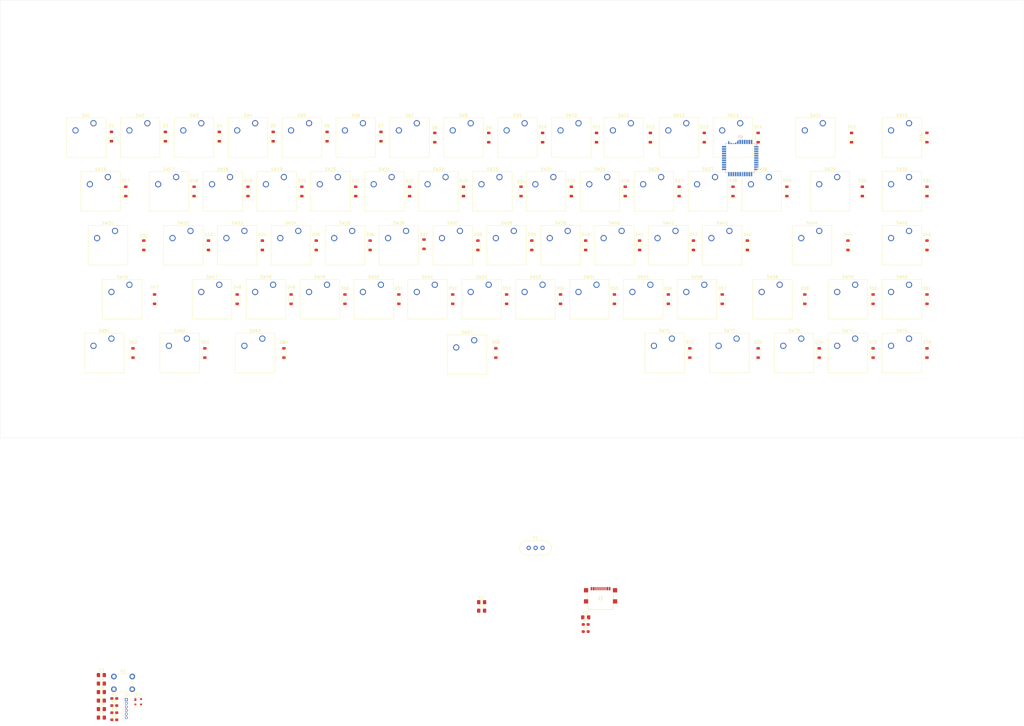
<source format=kicad_pcb>
(kicad_pcb (version 20240108) (generator "pcbnew") (generator_version "8.0")
  (layers (0 "F.Cu" signal) (31 "B.Cu" signal) (34 "B.Paste" user) (35 "F.Paste" user) (36 "B.SilkS" user "B.Silkscreen") (37 "F.SilkS" user "F.Silkscreen") (38 "B.Mask" user) (39 "F.Mask" user) (44 "Edge.Cuts" user))
  (net 0 "")
  (net 1 "GND")
  (net 2 "XTAL1")
  (net 3 "XTAL2")
  (net 4 "VBUS")
  (net 5 "ROW0")
  (net 6 "Net-(D2-A)")
  (net 7 "Net-(D3-A)")
  (net 9 "Net-(D4-A)")
  (net 11 "Net-(D5-A)")
  (net 12 "Net-(D6-A)")
  (net 13 "Net-(D7-A)")
  (net 14 "Net-(J1-CC2)")
  (net 15 "Net-(D8-A)")
  (net 16 "Net-(D9-A)")
  (net 17 "D-")
  (net 19 "Net-(D10-A)")
  (net 20 "Net-(D11-A)")
  (net 21 "Net-(J1-CC1)")
  (net 22 "Net-(D12-A)")
  (net 23 "Net-(D13-A)")
  (net 24 "Net-(D14-A)")
  (net 25 "Net-(D15-A)")
  (net 26 "Net-(D16-A)")
  (net 27 "ROW1")
  (net 28 "Net-(D17-A)")
  (net 29 "Net-(U1-UCAP)")
  (net 30 "Net-(D18-A)")
  (net 31 "Net-(D19-A)")
  (net 32 "Net-(D20-A)")
  (net 33 "Net-(D21-A)")
  (net 35 "Net-(D22-A)")
  (net 36 "Net-(D23-A)")
  (net 37 "Net-(D24-A)")
  (net 38 "Net-(D25-A)")
  (net 39 "Net-(D26-A)")
  (net 40 "D+")
  (net 42 "+5V")
  (net 43 "Net-(D27-A)")
  (net 44 "Net-(D28-A)")
  (net 45 "Net-(D29-A)")
  (net 46 "Net-(D30-A)")
  (net 47 "Net-(D31-A)")
  (net 48 "ROW2")
  (net 49 "Net-(D32-A)")
  (net 50 "Net-(D33-A)")
  (net 51 "Net-(D34-A)")
  (net 52 "Net-(D35-A)")
  (net 53 "Net-(D36-A)")
  (net 54 "Net-(D37-A)")
  (net 55 "Net-(D38-A)")
  (net 56 "Net-(D39-A)")
  (net 57 "Net-(D40-A)")
  (net 58 "Net-(D41-A)")
  (net 59 "Net-(D42-A)")
  (net 60 "Net-(D43-A)")
  (net 61 "Net-(D45-A)")
  (net 62 "Net-(D46-A)")
  (net 63 "ROW3")
  (net 64 "Net-(D47-A)")
  (net 65 "Net-(D48-A)")
  (net 66 "Net-(D49-A)")
  (net 67 "Net-(D50-A)")
  (net 68 "Net-(D51-A)")
  (net 69 "Net-(D52-A)")
  (net 70 "Net-(D53-A)")
  (net 71 "Net-(D54-A)")
  (net 72 "Net-(D55-A)")
  (net 73 "Net-(D56-A)")
  (net 74 "Net-(D57-A)")
  (net 75 "Net-(D59-A)")
  (net 76 "Net-(D60-A)")
  (net 77 "Net-(D61-A)")
  (net 78 "Net-(D62-A)")
  (net 79 "ROW4")
  (net 80 "Net-(D63-A)")
  (net 81 "Net-(D64-A)")
  (net 82 "Net-(D68-A)")
  (net 83 "Net-(D72-A)")
  (net 84 "Net-(D73-A)")
  (net 85 "Net-(D74-A)")
  (net 86 "Net-(D75-A)")
  (net 87 "Net-(D76-A)")
  (net 88 "MOSI")
  (net 89 "SCK")
  (net 90 "~{RST}")
  (net 91 "MISO")
  (net 94 "Net-(U1-D-)")
  (net 95 "Net-(U1-D+)")
  (net 96 "Net-(U1-~{HWB}{slash}PE2)")
  (net 97 "COL0")
  (net 98 "COL1")
  (net 99 "COL2")
  (net 100 "COL3")
  (net 101 "COL4")
  (net 102 "COL5")
  (net 103 "COL6")
  (net 104 "COL7")
  (net 105 "COL8")
  (net 106 "COL9")
  (net 107 "COL10")
  (net 108 "COL11")
  (net 109 "COL12")
  (net 110 "COL13")
  (net 111 "COL14")
  (footprint "Diode_SMD:D_SOD-123" (layer "F.Cu") (at 517.88 31.19 90)
    (property "Reference" "D54" (at 3.81 0 0) (layer "F.SilkS"))
    (property "Value" "D")
    (pad "1" smd roundrect (at -1.65 0 90) (size 0.9 1.2) (layers "F.Cu" "F.Paste" "F.Mask") (net 63 "ROW3"))
    (pad "2" smd roundrect (at 1.65 0 90) (size 0.9 1.2) (layers "F.Cu" "F.Paste" "F.Mask") (net 71 "Net-(D54-A)"))
  )
  (footprint "Diode_SMD:D_SOD-123" (layer "F.Cu") (at 597.89 -6.91 90)
    (property "Reference" "D29" (at 3.81 0 0) (layer "F.SilkS"))
    (property "Value" "D")
    (pad "1" smd roundrect (at -1.65 0 90) (size 0.9 1.2) (layers "F.Cu" "F.Paste" "F.Mask") (net 27 "ROW1"))
    (pad "2" smd roundrect (at 1.65 0 90) (size 0.9 1.2) (layers "F.Cu" "F.Paste" "F.Mask") (net 45 "Net-(D29-A)"))
  )
  (footprint "Button_Switch_Keyboard:SW_Cherry_MX_1.75u_PCB" (layer "F.Cu") (at 595.35 26.11)
    (property "Reference" "SW58" (at -2.54 -2.794 0) (layer "F.SilkS"))
    (property "Value" "RSHIFT")
    (pad "" np_thru_hole circle (at -7.62 5.08) (size 1.7 1.7) (drill 1.7) (layers "*.Cu" "*.Mask"))
    (pad "" np_thru_hole circle (at -2.54 5.08) (size 4 4) (drill 4) (layers "*.Cu" "*.Mask"))
    (pad "" np_thru_hole circle (at 2.54 5.08) (size 1.7 1.7) (drill 1.7) (layers "*.Cu" "*.Mask"))
    (pad "1" thru_hole circle (at 0 0) (size 2.2 2.2) (drill 1.5) (layers "*.Cu" "*.Mask") (net 75 "Net-(D59-A)"))
    (pad "2" thru_hole circle (at -6.35 2.54) (size 2.2 2.2) (drill 1.5) (layers "*.Cu" "*.Mask") (net 109 "COL12"))
  )
  (footprint "Diode_SMD:D_SOD-123" (layer "F.Cu") (at 435.3525 -26.3175 90)
    (property "Reference" "D6" (at 3.81 0 0) (layer "F.SilkS"))
    (property "Value" "D")
    (pad "1" smd roundrect (at -1.65 0 90) (size 0.9 1.2) (layers "F.Cu" "F.Paste" "F.Mask") (net 5 "ROW0"))
    (pad "2" smd roundrect (at 1.65 0 90) (size 0.9 1.2) (layers "F.Cu" "F.Paste" "F.Mask") (net 12 "Net-(D6-A)"))
  )
  (footprint "Diode_SMD:D_SOD-123" (layer "F.Cu") (at 511.5525 -25.96 90)
    (property "Reference" "D10" (at 3.81 0 0) (layer "F.SilkS"))
    (property "Value" "D")
    (pad "1" smd roundrect (at -1.65 0 90) (size 0.9 1.2) (layers "F.Cu" "F.Paste" "F.Mask") (net 5 "ROW0"))
    (pad "2" smd roundrect (at 1.65 0 90) (size 0.9 1.2) (layers "F.Cu" "F.Paste" "F.Mask") (net 19 "Net-(D10-A)"))
  )
  (footprint "Diode_SMD:D_SOD-123" (layer "F.Cu") (at 403.58 31.19 90)
    (property "Reference" "D48" (at 4.19 0 0) (layer "F.SilkS"))
    (property "Value" "D")
    (pad "1" smd roundrect (at -1.65 0 90) (size 0.9 1.2) (layers "F.Cu" "F.Paste" "F.Mask") (net 63 "ROW3"))
    (pad "2" smd roundrect (at 1.65 0 90) (size 0.9 1.2) (layers "F.Cu" "F.Paste" "F.Mask") (net 65 "Net-(D48-A)"))
  )
  (footprint "Diode_SMD:D_SOD-123" (layer "F.Cu") (at 416.3025 -26.3175 90)
    (property "Reference" "D5" (at 3.81 0 0) (layer "F.SilkS"))
    (property "Value" "D")
    (pad "1" smd roundrect (at -1.65 0 90) (size 0.9 1.2) (layers "F.Cu" "F.Paste" "F.Mask") (net 5 "ROW0"))
    (pad "2" smd roundrect (at 1.65 0 90) (size 0.9 1.2) (layers "F.Cu" "F.Paste" "F.Mask") (net 11 "Net-(D5-A)"))
  )
  (footprint "Diode_SMD:D_SOD-123" (layer "F.Cu") (at 563.6 50.24 90)
    (property "Reference" "D72" (at 3.81 0 0) (layer "F.SilkS"))
    (property "Value" "D")
    (pad "1" smd roundrect (at -1.65 0 90) (size 0.9 1.2) (layers "F.Cu" "F.Paste" "F.Mask") (net 79 "ROW4"))
    (pad "2" smd roundrect (at 1.65 0 90) (size 0.9 1.2) (layers "F.Cu" "F.Paste" "F.Mask") (net 83 "Net-(D72-A)"))
  )
  (footprint "Button_Switch_Keyboard:SW_Cherry_MX_1.00u_PCB" (layer "F.Cu") (at 463.27 7.06)
    (property "Reference" "SW36" (at -2.54 -2.794 0) (layer "F.SilkS"))
    (property "Value" "G")
    (pad "" np_thru_hole circle (at -7.62 5.08) (size 1.7 1.7) (drill 1.7) (layers "*.Cu" "*.Mask"))
    (pad "" np_thru_hole circle (at -2.54 5.08) (size 4 4) (drill 4) (layers "*.Cu" "*.Mask"))
    (pad "" np_thru_hole circle (at 2.54 5.08) (size 1.7 1.7) (drill 1.7) (layers "*.Cu" "*.Mask"))
    (pad "1" thru_hole circle (at 0 0) (size 2.2 2.2) (drill 1.5) (layers "*.Cu" "*.Mask") (net 54 "Net-(D37-A)"))
    (pad "2" thru_hole circle (at -6.35 2.54) (size 2.2 2.2) (drill 1.5) (layers "*.Cu" "*.Mask") (net 102 "COL5"))
  )
  (footprint "Button_Switch_Keyboard:SW_Cherry_MX_1.00u_PCB" (layer "F.Cu") (at 641.07 -31.04)
    (property "Reference" "SW15" (at -2.54 -2.794 0) (layer "F.SilkS"))
    (property "Value" "PG-UP")
    (pad "" np_thru_hole circle (at -7.62 5.08) (size 1.7 1.7) (drill 1.7) (layers "*.Cu" "*.Mask"))
    (pad "" np_thru_hole circle (at -2.54 5.08) (size 4 4) (drill 4) (layers "*.Cu" "*.Mask"))
    (pad "" np_thru_hole circle (at 2.54 5.08) (size 1.7 1.7) (drill 1.7) (layers "*.Cu" "*.Mask"))
    (pad "1" thru_hole circle (at 0 0) (size 2.2 2.2) (drill 1.5) (layers "*.Cu" "*.Mask") (net 26 "Net-(D16-A)"))
    (pad "2" thru_hole circle (at -6.35 2.54) (size 2.2 2.2) (drill 1.5) (layers "*.Cu" "*.Mask") (net 111 "COL14"))
  )
  (footprint "Diode_SMD:D_SOD-123" (layer "F.Cu") (at 526.77 12.14 90)
    (property "Reference" "D40" (at 3.81 0 0) (layer "F.SilkS"))
    (property "Value" "D")
    (pad "1" smd roundrect (at -1.65 0 90) (size 0.9 1.2) (layers "F.Cu" "F.Paste" "F.Mask") (net 48 "ROW2"))
    (pad "2" smd roundrect (at 1.65 0 90) (size 0.9 1.2) (layers "F.Cu" "F.Paste" "F.Mask") (net 57 "Net-(D40-A)"))
  )
  (footprint "Button_Switch_Keyboard:SW_Cherry_MX_1.00u_PCB" (layer "F.Cu") (at 534.39 -11.99)
    (property "Reference" "SW25" (at -2.54 -2.794 0) (layer "F.SilkS"))
    (property "Value" "O")
    (pad "" np_thru_hole circle (at -7.62 5.08) (size 1.7 1.7) (drill 1.7) (layers "*.Cu" "*.Mask"))
    (pad "" np_thru_hole circle (at -2.54 5.08) (size 4 4) (drill 4) (layers "*.Cu" "*.Mask"))
    (pad "" np_thru_hole circle (at 2.54 5.08) (size 1.7 1.7) (drill 1.7) (layers "*.Cu" "*.Mask"))
    (pad "1" thru_hole circle (at 0 0) (size 2.2 2.2) (drill 1.5) (layers "*.Cu" "*.Mask") (net 39 "Net-(D26-A)"))
    (pad "2" thru_hole circle (at -6.35 2.54) (size 2.2 2.2) (drill 1.5) (layers "*.Cu" "*.Mask") (net 106 "COL9"))
  )
  (footprint "Button_Switch_Keyboard:SW_Cherry_MX_1.00u_PCB" (layer "F.Cu") (at 492.48 26.11)
    (property "Reference" "SW52" (at -2.54 -2.794 0) (layer "F.SilkS"))
    (property "Value" "N")
    (pad "" np_thru_hole circle (at -7.62 5.08) (size 1.7 1.7) (drill 1.7) (layers "*.Cu" "*.Mask"))
    (pad "" np_thru_hole circle (at -2.54 5.08) (size 4 4) (drill 4) (layers "*.Cu" "*.Mask"))
    (pad "" np_thru_hole circle (at 2.54 5.08) (size 1.7 1.7) (drill 1.7) (layers "*.Cu" "*.Mask"))
    (pad "1" thru_hole circle (at 0 0) (size 2.2 2.2) (drill 1.5) (layers "*.Cu" "*.Mask") (net 70 "Net-(D53-A)"))
    (pad "2" thru_hole circle (at -6.35 2.54) (size 2.2 2.2) (drill 1.5) (layers "*.Cu" "*.Mask") (net 103 "COL6"))
  )
  (footprint "Button_Switch_Keyboard:SW_Cherry_MX_1.00u_PCB" (layer "F.Cu") (at 524.23 -31.04)
    (property "Reference" "SW10" (at -2.54 -2.794 0) (layer "F.SilkS"))
    (property "Value" "#9")
    (pad "" np_thru_hole circle (at -7.62 5.08) (size 1.7 1.7) (drill 1.7) (layers "*.Cu" "*.Mask"))
    (pad "" np_thru_hole circle (at -2.54 5.08) (size 4 4) (drill 4) (layers "*.Cu" "*.Mask"))
    (pad "" np_thru_hole circle (at 2.54 5.08) (size 1.7 1.7) (drill 1.7) (layers "*.Cu" "*.Mask"))
    (pad "1" thru_hole circle (at 0 0) (size 2.2 2.2) (drill 1.5) (layers "*.Cu" "*.Mask") (net 20 "Net-(D11-A)"))
    (pad "2" thru_hole circle (at -6.35 2.54) (size 2.2 2.2) (drill 1.5) (layers "*.Cu" "*.Mask") (net 106 "COL9"))
  )
  (footprint "Button_Switch_Keyboard:SW_Cherry_MX_1.00u_PCB" (layer "F.Cu") (at 539.47 7.06)
    (property "Reference" "SW40" (at -2.54 -2.794 0) (layer "F.SilkS"))
    (property "Value" "L")
    (pad "" np_thru_hole circle (at -7.62 5.08) (size 1.7 1.7) (drill 1.7) (layers "*.Cu" "*.Mask"))
    (pad "" np_thru_hole circle (at -2.54 5.08) (size 4 4) (drill 4) (layers "*.Cu" "*.Mask"))
    (pad "" np_thru_hole circle (at 2.54 5.08) (size 1.7 1.7) (drill 1.7) (layers "*.Cu" "*.Mask"))
    (pad "1" thru_hole circle (at 0 0) (size 2.2 2.2) (drill 1.5) (layers "*.Cu" "*.Mask") (net 58 "Net-(D41-A)"))
    (pad "2" thru_hole circle (at -6.35 2.54) (size 2.2 2.2) (drill 1.5) (layers "*.Cu" "*.Mask") (net 106 "COL9"))
  )
  (footprint "Button_Switch_Keyboard:SW_Cherry_MX_1.00u_PCB" (layer "F.Cu") (at 496.29 -11.99)
    (property "Reference" "SW23" (at -2.54 -2.794 0) (layer "F.SilkS"))
    (property "Value" "U")
    (pad "" np_thru_hole circle (at -7.62 5.08) (size 1.7 1.7) (drill 1.7) (layers "*.Cu" "*.Mask"))
    (pad "" np_thru_hole circle (at -2.54 5.08) (size 4 4) (drill 4) (layers "*.Cu" "*.Mask"))
    (pad "" np_thru_hole circle (at 2.54 5.08) (size 1.7 1.7) (drill 1.7) (layers "*.Cu" "*.Mask"))
    (pad "1" thru_hole circle (at 0 0) (size 2.2 2.2) (drill 1.5) (layers "*.Cu" "*.Mask") (net 37 "Net-(D24-A)"))
    (pad "2" thru_hole circle (at -6.35 2.54) (size 2.2 2.2) (drill 1.5) (layers "*.Cu" "*.Mask") (net 104 "COL7"))
  )
  (footprint "Diode_SMD:D_SOD-123" (layer "F.Cu") (at 374.37 31.19 90)
    (property "Reference" "D47" (at 4.19 0 0) (layer "F.SilkS"))
    (property "Value" "D")
    (pad "1" smd roundrect (at -1.65 0 90) (size 0.9 1.2) (layers "F.Cu" "F.Paste" "F.Mask") (net 63 "ROW3"))
    (pad "2" smd roundrect (at 1.65 0 90) (size 0.9 1.2) (layers "F.Cu" "F.Paste" "F.Mask") (net 64 "Net-(D47-A)"))
  )
  (footprint "Button_Switch_Keyboard:SW_Cherry_MX_1.00u_PCB" (layer "F.Cu") (at 428.98 -31.04)
    (property "Reference" "SW5" (at -2.54 -2.794 0) (layer "F.SilkS"))
    (property "Value" "#4")
    (pad "" np_thru_hole circle (at -7.62 5.08) (size 1.7 1.7) (drill 1.7) (layers "*.Cu" "*.Mask"))
    (pad "" np_thru_hole circle (at -2.54 5.08) (size 4 4) (drill 4) (layers "*.Cu" "*.Mask"))
    (pad "" np_thru_hole circle (at 2.54 5.08) (size 1.7 1.7) (drill 1.7) (layers "*.Cu" "*.Mask"))
    (pad "1" thru_hole circle (at 0 0) (size 2.2 2.2) (drill 1.5) (layers "*.Cu" "*.Mask") (net 12 "Net-(D6-A)"))
    (pad "2" thru_hole circle (at -6.35 2.54) (size 2.2 2.2) (drill 1.5) (layers "*.Cu" "*.Mask") (net 101 "COL4"))
  )
  (footprint "Button_Switch_Keyboard:SW_Cherry_MX_1.00u_PCB" (layer "F.Cu") (at 622.02 26.11)
    (property "Reference" "SW59" (at -2.54 -2.794 0) (layer "F.SilkS"))
    (property "Value" "UP")
    (pad "" np_thru_hole circle (at -7.62 5.08) (size 1.7 1.7) (drill 1.7) (layers "*.Cu" "*.Mask"))
    (pad "" np_thru_hole circle (at -2.54 5.08) (size 4 4) (drill 4) (layers "*.Cu" "*.Mask"))
    (pad "" np_thru_hole circle (at 2.54 5.08) (size 1.7 1.7) (drill 1.7) (layers "*.Cu" "*.Mask"))
    (pad "1" thru_hole circle (at 0 0) (size 2.2 2.2) (drill 1.5) (layers "*.Cu" "*.Mask") (net 76 "Net-(D60-A)"))
    (pad "2" thru_hole circle (at -6.35 2.54) (size 2.2 2.2) (drill 1.5) (layers "*.Cu" "*.Mask") (net 110 "COL13"))
  )
  (footprint "Button_Switch_Keyboard:SW_Cherry_MX_1.00u_PCB" (layer "F.Cu") (at 501.37 7.06)
    (property "Reference" "SW38" (at -2.54 -2.794 0) (layer "F.SilkS"))
    (property "Value" "J")
    (pad "" np_thru_hole circle (at -7.62 5.08) (size 1.7 1.7) (drill 1.7) (layers "*.Cu" "*.Mask"))
    (pad "" np_thru_hole circle (at -2.54 5.08) (size 4 4) (drill 4) (layers "*.Cu" "*.Mask"))
    (pad "" np_thru_hole circle (at 2.54 5.08) (size 1.7 1.7) (drill 1.7) (layers "*.Cu" "*.Mask"))
    (pad "1" thru_hole circle (at 0 0) (size 2.2 2.2) (drill 1.5) (layers "*.Cu" "*.Mask") (net 56 "Net-(D39-A)"))
    (pad "2" thru_hole circle (at -6.35 2.54) (size 2.2 2.2) (drill 1.5) (layers "*.Cu" "*.Mask") (net 104 "COL7"))
  )
  (footprint "Diode_SMD:D_SOD-123" (layer "F.Cu") (at 568.68 -25.96 90)
    (property "Reference" "D13" (at 3.81 0 0) (layer "F.SilkS"))
    (property "Value" "D")
    (pad "1" smd roundrect (at -1.65 0 90) (size 0.9 1.2) (layers "F.Cu" "F.Paste" "F.Mask") (net 5 "ROW0"))
    (pad "2" smd roundrect (at 1.65 0 90) (size 0.9 1.2) (layers "F.Cu" "F.Paste" "F.Mask") (net 23 "Net-(D13-A)"))
  )
  (footprint "Diode_SMD:D_SOD-123" (layer "F.Cu") (at 604.24 31.19 90)
    (property "Reference" "D59" (at 3.81 0 0) (layer "F.SilkS"))
    (property "Value" "D")
    (pad "1" smd roundrect (at -1.65 0 90) (size 0.9 1.2) (layers "F.Cu" "F.Paste" "F.Mask") (net 63 "ROW3"))
    (pad "2" smd roundrect (at 1.65 0 90) (size 0.9 1.2) (layers "F.Cu" "F.Paste" "F.Mask") (net 75 "Net-(D59-A)"))
  )
  (footprint "Diode_SMD:D_SOD-123" (layer "F.Cu") (at 460.73 31.19 90)
    (property "Reference" "D51" (at 3.81 0 0) (layer "F.SilkS"))
    (property "Value" "D")
    (pad "1" smd roundrect (at -1.65 0 90) (size 0.9 1.2) (layers "F.Cu" "F.Paste" "F.Mask") (net 63 "ROW3"))
    (pad "2" smd roundrect (at 1.65 0 90) (size 0.9 1.2) (layers "F.Cu" "F.Paste" "F.Mask") (net 68 "Net-(D51-A)"))
  )
  (footprint "Diode_SMD:D_SOD-123" (layer "F.Cu") (at 393.42 12.14 90)
    (property "Reference" "D33" (at 3.81 0 0) (layer "F.SilkS"))
    (property "Value" "D")
    (pad "1" smd roundrect (at -1.65 0 90) (size 0.9 1.2) (layers "F.Cu" "F.Paste" "F.Mask") (net 48 "ROW2"))
    (pad "2" smd roundrect (at 1.65 0 90) (size 0.9 1.2) (layers "F.Cu" "F.Paste" "F.Mask") (net 50 "Net-(D33-A)"))
  )
  (footprint "Diode_SMD:D_SOD-123" (layer "F.Cu") (at 359.13 -26.34 90)
    (property "Reference" "D2" (at 3.7875 0.0225 0) (layer "F.SilkS"))
    (property "Value" "D")
    (pad "1" smd roundrect (at -1.65 0 90) (size 0.9 1.2) (layers "F.Cu" "F.Paste" "F.Mask") (net 5 "ROW0"))
    (pad "2" smd roundrect (at 1.65 0 90) (size 0.9 1.2) (layers "F.Cu" "F.Paste" "F.Mask") (net 6 "Net-(D2-A)"))
  )
  (footprint "Button_Switch_Keyboard:SW_Cherry_MX_6.25u_PCB" (layer "F.Cu") (at 487.36 45.74)
    (property "Reference" "SW67" (at -2.54 -2.794 0) (layer "F.SilkS"))
    (property "Value" "SPACE")
    (pad "" np_thru_hole circle (at -52.54 -1.92) (size 3.05 3.05) (drill 3.05) (layers "*.Cu" "*.Mask"))
    (pad "" np_thru_hole circle (at -52.54 13.32) (size 4 4) (drill 4) (layers "*.Cu" "*.Mask"))
    (pad "" np_thru_hole circle (at -7.62 5.08) (size 1.7 1.7) (drill 1.7) (layers "*.Cu" "*.Mask"))
    (pad "" np_thru_hole circle (at -2.54 5.08) (size 4 4) (drill 4) (layers "*.Cu" "*.Mask"))
    (pad "" np_thru_hole circle (at 2.54 5.08) (size 1.7 1.7) (drill 1.7) (layers "*.Cu" "*.Mask"))
    (pad "" np_thru_hole circle (at 47.46 -1.92) (size 3.05 3.05) (drill 3.05) (layers "*.Cu" "*.Mask"))
    (pad "" np_thru_hole circle (at 47.46 13.32) (size 4 4) (drill 4) (layers "*.Cu" "*.Mask"))
    (pad "1" thru_hole circle (at 0 0) (size 2.2 2.2) (drill 1.5) (layers "*.Cu" "*.Mask") (net 82 "Net-(D68-A)"))
    (pad "2" thru_hole circle (at -6.35 2.54) (size 2.2 2.2) (drill 1.5) (layers "*.Cu" "*.Mask") (net 103 "COL6"))
  )
  (footprint "Diode_SMD:D_SOD-123" (layer "F.Cu") (at 549.63 -25.96 90)
    (property "Reference" "D12" (at 3.81 0 180) (layer "F.SilkS"))
    (property "Value" "D")
    (pad "1" smd roundrect (at -1.65 0 90) (size 0.9 1.2) (layers "F.Cu" "F.Paste" "F.Mask") (net 5 "ROW0"))
    (pad "2" smd roundrect (at 1.65 0 90) (size 0.9 1.2) (layers "F.Cu" "F.Paste" "F.Mask") (net 22 "Net-(D12-A)"))
  )
  (footprint "Diode_SMD:D_SOD-123" (layer "F.Cu") (at 575.03 31.19 90)
    (property "Reference" "D57" (at 3.81 0 0) (layer "F.SilkS"))
    (property "Value" "D")
    (pad "1" smd roundrect (at -1.65 0 90) (size 0.9 1.2) (layers "F.Cu" "F.Paste" "F.Mask") (net 63 "ROW3"))
    (pad "2" smd roundrect (at 1.65 0 90) (size 0.9 1.2) (layers "F.Cu" "F.Paste" "F.Mask") (net 74 "Net-(D57-A)"))
  )
  (footprint "Capacitor_SMD:C_0603_1608Metric_Pad1.08x0.95mm_HandSolder" (layer "F.Cu") (at 360.14 174.97)
    (property "Reference" "R2" (at 0 -1.43 0) (layer "F.SilkS"))
    (property "Value" "22Ω")
    (pad "1" smd roundrect (at -0.8625 0) (size 1.075 0.95) (layers "F.Cu" "F.Paste" "F.Mask") (net 40 "D+"))
    (pad "2" smd roundrect (at 0.8625 0) (size 1.075 0.95) (layers "F.Cu" "F.Paste" "F.Mask") (net 95 "Net-(U1-D+)"))
  )
  (footprint "Diode_SMD:D_SOD-123" (layer "F.Cu") (at 521.69 -6.91 90)
    (property "Reference" "D25" (at 3.81 0 0) (layer "F.SilkS"))
    (property "Value" "D")
    (pad "1" smd roundrect (at -1.65 0 90) (size 0.9 1.2) (layers "F.Cu" "F.Paste" "F.Mask") (net 27 "ROW1"))
    (pad "2" smd roundrect (at 1.65 0 90) (size 0.9 1.2) (layers "F.Cu" "F.Paste" "F.Mask") (net 38 "Net-(D25-A)"))
  )
  (footprint "Diode_SMD:D_SOD-123" (layer "F.Cu") (at 422.63 31.19 90)
    (property "Reference" "D49" (at 4.19 0 0) (layer "F.SilkS"))
    (property "Value" "D")
    (pad "1" smd roundrect (at -1.65 0 90) (size 0.9 1.2) (layers "F.Cu" "F.Paste" "F.Mask") (net 63 "ROW3"))
    (pad "2" smd roundrect (at 1.65 0 90) (size 0.9 1.2) (layers "F.Cu" "F.Paste" "F.Mask") (net 66 "Net-(D49-A)"))
  )
  (footprint "Button_Switch_Keyboard:SW_Cherry_MX_1.00u_PCB" (layer "F.Cu") (at 622.02 45.16)
    (property "Reference" "SW74" (at -2.54 -2.794 0) (layer "F.SilkS"))
    (property "Value" "DOWN")
    (pad "" np_thru_hole circle (at -7.62 5.08) (size 1.7 1.7) (drill 1.7) (layers "*.Cu" "*.Mask"))
    (pad "" np_thru_hole circle (at -2.54 5.08) (size 4 4) (drill 4) (layers "*.Cu" "*.Mask"))
    (pad "" np_thru_hole circle (at 2.54 5.08) (size 1.7 1.7) (drill 1.7) (layers "*.Cu" "*.Mask"))
    (pad "1" thru_hole circle (at 0 0) (size 2.2 2.2) (drill 1.5) (layers "*.Cu" "*.Mask") (net 86 "Net-(D75-A)"))
    (pad "2" thru_hole circle (at -6.35 2.54) (size 2.2 2.2) (drill 1.5) (layers "*.Cu" "*.Mask") (net 110 "COL13"))
  )
  (footprint "KiCad:GSB1C41110SSHR" (layer "F.Cu") (at 532.02 136.995)
    (property "Reference" "J1" (at 0 0 0) (layer "F.SilkS") (effects (font (size 1.27 1.27) (thickness 0.254))))
    (property "Value" "USB-C" (hide yes))
    (pad "" np_thru_hole circle (at -2.89 -2.315) (size 0.65 0.65) (drill 0.65) (layers "*.Cu" "*.Mask"))
    (pad "" np_thru_hole circle (at 2.89 -2.315) (size 0.65 0.65) (drill 0.65) (layers "*.Cu" "*.Mask"))
    (pad "A1" smd rect (at -3.2 -3.39) (size 0.6 1.15) (layers "F.Cu" "F.Paste" "F.Mask") (net 1 "GND"))
    (pad "A4" smd rect (at -2.4 -3.39) (size 0.6 1.15) (layers "F.Cu" "F.Paste" "F.Mask") (net 4 "VBUS"))
    (pad "A5" smd rect (at -1.25 -3.39) (size 0.3 1.15) (layers "F.Cu" "F.Paste" "F.Mask") (net 21 "Net-(J1-CC1)"))
    (pad "A6" smd rect (at -0.25 -3.39) (size 0.3 1.15) (layers "F.Cu" "F.Paste" "F.Mask") (net 40 "D+"))
    (pad "A7" smd rect (at 0.25 -3.39) (size 0.3 1.15) (layers "F.Cu" "F.Paste" "F.Mask") (net 17 "D-"))
    (pad "A8" smd rect (at 1.25 -3.39) (size 0.3 1.15) (layers "F.Cu" "F.Paste" "F.Mask"))
    (pad "A9" smd rect (at 2.4 -3.39) (size 0.6 1.15) (layers "F.Cu" "F.Paste" "F.Mask") (net 4 "VBUS"))
    (pad "A12" smd rect (at 3.2 -3.39) (size 0.6 1.15) (layers "F.Cu" "F.Paste" "F.Mask") (net 1 "GND"))
    (pad "B5" smd rect (at 1.75 -3.39) (size 0.3 1.15) (layers "F.Cu" "F.Paste" "F.Mask") (net 14 "Net-(J1-CC2)"))
    (pad "B6" smd rect (at 0.75 -3.39) (size 0.3 1.15) (layers "F.Cu" "F.Paste" "F.Mask") (net 40 "D+"))
    (pad "B7" smd rect (at -0.75 -3.39) (size 0.3 1.15) (layers "F.Cu" "F.Paste" "F.Mask") (net 17 "D-"))
    (pad "B8" smd rect (at -1.75 -3.39) (size 0.3 1.15) (layers "F.Cu" "F.Paste" "F.Mask"))
    (pad "MP1" smd rect (at -5.12 -2.815 90) (size 1.5 1.5) (layers "F.Cu" "F.Paste" "F.Mask"))
    (pad "MP2" smd rect (at 5.12 -2.815 90) (size 1.5 1.5) (layers "F.Cu" "F.Paste" "F.Mask"))
    (pad "MP3" smd rect (at -5.12 1.115 90) (size 1.5 1.5) (layers "F.Cu" "F.Paste" "F.Mask"))
    (pad "MP4" smd rect (at 5.12 1.115 90) (size 1.5 1.5) (layers "F.Cu" "F.Paste" "F.Mask"))
  )
  (footprint "Diode_SMD:D_SOD-123" (layer "F.Cu") (at 647.42 31.19 90)
    (property "Reference" "D61" (at 3.81 0 0) (layer "F.SilkS"))
    (property "Value" "D")
    (pad "1" smd roundrect (at -1.65 0 90) (size 0.9 1.2) (layers "F.Cu" "F.Paste" "F.Mask") (net 63 "ROW3"))
    (pad "2" smd roundrect (at 1.65 0 90) (size 0.9 1.2) (layers "F.Cu" "F.Paste" "F.Mask") (net 77 "Net-(D61-A)"))
  )
  (footprint "Diode_SMD:D_SOD-123" (layer "F.Cu") (at 628.37 31.19 90)
    (property "Reference" "D60" (at 3.81 0 0) (layer "F.SilkS"))
    (property "Value" "D")
    (pad "1" smd roundrect (at -1.65 0 90) (size 0.9 1.2) (layers "F.Cu" "F.Paste" "F.Mask") (net 63 "ROW3"))
    (pad "2" smd roundrect (at 1.65 0 90) (size 0.9 1.2) (layers "F.Cu" "F.Paste" "F.Mask") (net 76 "Net-(D60-A)"))
  )
  (footprint "Button_Switch_Keyboard:SW_Cherry_MX_1.00u_PCB" (layer "F.Cu") (at 558.52 7.06)
    (property "Reference" "SW41" (at -2.54 -2.794 0) (layer "F.SilkS"))
    (property "Value" ";:")
    (pad "" np_thru_hole circle (at -7.62 5.08) (size 1.7 1.7) (drill 1.7) (layers "*.Cu" "*.Mask"))
    (pad "" np_thru_hole circle (at -2.54 5.08) (size 4 4) (drill 4) (layers "*.Cu" "*.Mask"))
    (pad "" np_thru_hole circle (at 2.54 5.08) (size 1.7 1.7) (drill 1.7) (layers "*.Cu" "*.Mask"))
    (pad "1" thru_hole circle (at 0 0) (size 2.2 2.2) (drill 1.5) (layers "*.Cu" "*.Mask") (net 59 "Net-(D42-A)"))
    (pad "2" thru_hole circle (at -6.35 2.54) (size 2.2 2.2) (drill 1.5) (layers "*.Cu" "*.Mask") (net 107 "COL10"))
  )
  (footprint "Button_Switch_THT:SW_PUSH_6mm" (layer "F.Cu") (at 359.99 164.68)
    (property "Reference" "K1" (at 3.25 -2 0) (layer "F.SilkS"))
    (property "Value" "SW_MEC_5E")
    (pad "1" thru_hole circle (at 0 0 90) (size 2 2) (drill 1.1) (layers "*.Cu" "*.Mask"))
    (pad "1" thru_hole circle (at 6.5 0 90) (size 2 2) (drill 1.1) (layers "*.Cu" "*.Mask"))
    (pad "2" thru_hole circle (at 0 4.5 90) (size 2 2) (drill 1.1) (layers "*.Cu" "*.Mask") (net 1 "GND"))
    (pad "2" thru_hole circle (at 6.5 4.5 90) (size 2 2) (drill 1.1) (layers "*.Cu" "*.Mask") (net 1 "GND"))
  )
  (footprint "Capacitor_SMD:C_0805_2012Metric_Pad1.18x1.45mm_HandSolder" (layer "F.Cu") (at 355.56 179.21)
    (property "Reference" "C9" (at 0 -1.68 0) (layer "F.SilkS"))
    (property "Value" "10μF")
    (pad "1" smd roundrect (at -1.0375 0) (size 1.175 1.45) (layers "F.Cu" "F.Paste" "F.Mask") (roundrect_rratio 0.212766) (net 42 "+5V"))
    (pad "2" smd roundrect (at 1.0375 0) (size 1.175 1.45) (layers "F.Cu" "F.Paste" "F.Mask") (roundrect_rratio 0.212766) (net 1 "GND"))
  )
  (footprint "Button_Switch_Keyboard:SW_Cherry_MX_1.00u_PCB" (layer "F.Cu") (at 602.97 45.16)
    (property "Reference" "SW73" (at -2.54 -2.794 0) (layer "F.SilkS"))
    (property "Value" "LEFT")
    (pad "" np_thru_hole circle (at -7.62 5.08) (size 1.7 1.7) (drill 1.7) (layers "*.Cu" "*.Mask"))
    (pad "" np_thru_hole circle (at -2.54 5.08) (size 4 4) (drill 4) (layers "*.Cu" "*.Mask"))
    (pad "" np_thru_hole circle (at 2.54 5.08) (size 1.7 1.7) (drill 1.7) (layers "*.Cu" "*.Mask"))
    (pad "1" thru_hole circle (at 0 0) (size 2.2 2.2) (drill 1.5) (layers "*.Cu" "*.Mask") (net 85 "Net-(D74-A)"))
    (pad "2" thru_hole circle (at -6.35 2.54) (size 2.2 2.2) (drill 1.5) (layers "*.Cu" "*.Mask") (net 109 "COL12"))
  )
  (footprint "Button_Switch_Keyboard:SW_Cherry_MX_1.50u_PCB" (layer "F.Cu") (at 412.47 45.16)
    (property "Reference" "SW63" (at -2.54 -2.794 0) (layer "F.SilkS"))
    (property "Value" "LCOM")
    (pad "" np_thru_hole circle (at -7.62 5.08) (size 1.7 1.7) (drill 1.7) (layers "*.Cu" "*.Mask"))
    (pad "" np_thru_hole circle (at -2.54 5.08) (size 4 4) (drill 4) (layers "*.Cu" "*.Mask"))
    (pad "" np_thru_hole circle (at 2.54 5.08) (size 1.7 1.7) (drill 1.7) (layers "*.Cu" "*.Mask"))
    (pad "1" thru_hole circle (at 0 0) (size 2.2 2.2) (drill 1.5) (layers "*.Cu" "*.Mask") (net 81 "Net-(D64-A)"))
    (pad "2" thru_hole circle (at -6.35 2.54) (size 2.2 2.2) (drill 1.5) (layers "*.Cu" "*.Mask") (net 99 "COL2"))
  )
  (footprint "Diode_SMD:D_SOD-123" (layer "F.Cu") (at 536.93 31.19 90)
    (property "Reference" "D55" (at 3.81 0 0) (layer "F.SilkS"))
    (property "Value" "D")
    (pad "1" smd roundrect (at -1.65 0 90) (size 0.9 1.2) (layers "F.Cu" "F.Paste" "F.Mask") (net 63 "ROW3"))
    (pad "2" smd roundrect (at 1.65 0 90) (size 0.9 1.2) (layers "F.Cu" "F.Paste" "F.Mask") (net 72 "Net-(D55-A)"))
  )
  (footprint "Capacitor_SMD:C_0603_1608Metric_Pad1.08x0.95mm_HandSolder" (layer "F.Cu") (at 360.14 172.46)
    (property "Reference" "R1" (at 0 -1.43 0) (layer "F.SilkS"))
    (property "Value" "22Ω")
    (pad "1" smd roundrect (at -0.8625 0) (size 1.075 0.95) (layers "F.Cu" "F.Paste" "F.Mask") (net 17 "D-"))
    (pad "2" smd roundrect (at 0.8625 0) (size 1.075 0.95) (layers "F.Cu" "F.Paste" "F.Mask") (net 94 "Net-(U1-D-)"))
  )
  (footprint "Capacitor_SMD:C_0603_1608Metric_Pad1.08x0.95mm_HandSolder" (layer "F.Cu") (at 360.14 177.48)
    (property "Reference" "R5" (at 0 -1.43 0) (layer "F.SilkS"))
    (property "Value" "10kΩ")
    (pad "1" smd roundrect (at -0.8625 0) (size 1.075 0.95) (layers "F.Cu" "F.Paste" "F.Mask") (net 96 "Net-(U1-~{HWB}{slash}PE2)"))
    (pad "2" smd roundrect (at 0.8625 0) (size 1.075 0.95) (layers "F.Cu" "F.Paste" "F.Mask") (net 1 "GND"))
  )
  (footprint "Button_Switch_Keyboard:SW_Cherry_MX_1.00u_PCB" (layer "F.Cu") (at 520.42 7.06)
    (property "Reference" "SW39" (at -2.54 -2.794 0) (layer "F.SilkS"))
    (property "Value" "K")
    (pad "" np_thru_hole circle (at -7.62 5.08) (size 1.7 1.7) (drill 1.7) (layers "*.Cu" "*.Mask"))
    (pad "" np_thru_hole circle (at -2.54 5.08) (size 4 4) (drill 4) (layers "*.Cu" "*.Mask"))
    (pad "" np_thru_hole circle (at 2.54 5.08) (size 1.7 1.7) (drill 1.7) (layers "*.Cu" "*.Mask"))
    (pad "1" thru_hole circle (at 0 0) (size 2.2 2.2) (drill 1.5) (layers "*.Cu" "*.Mask") (net 57 "Net-(D40-A)"))
    (pad "2" thru_hole circle (at -6.35 2.54) (size 2.2 2.2) (drill 1.5) (layers "*.Cu" "*.Mask") (net 105 "COL8"))
  )
  (footprint "Button_Switch_Keyboard:SW_Cherry_MX_1.00u_PCB" (layer "F.Cu") (at 477.24 -11.99)
    (property "Reference" "SW22" (at -2.54 -2.794 0) (layer "F.SilkS"))
    (property "Value" "Y")
    (pad "" np_thru_hole circle (at -7.62 5.08) (size 1.7 1.7) (drill 1.7) (layers "*.Cu" "*.Mask"))
    (pad "" np_thru_hole circle (at -2.54 5.08) (size 4 4) (drill 4) (layers "*.Cu" "*.Mask"))
    (pad "" np_thru_hole circle (at 2.54 5.08) (size 1.7 1.7) (drill 1.7) (layers "*.Cu" "*.Mask"))
    (pad "1" thru_hole circle (at 0 0) (size 2.2 2.2) (drill 1.5) (layers "*.Cu" "*.Mask") (net 36 "Net-(D23-A)"))
    (pad "2" thru_hole circle (at -6.35 2.54) (size 2.2 2.2) (drill 1.5) (layers "*.Cu" "*.Mask") (net 103 "COL6"))
  )
  (footprint "Capacitor_SMD:C_0805_2012Metric_Pad1.18x1.45mm_HandSolder" (layer "F.Cu") (at 355.56 167.17)
    (property "Reference" "C4" (at 0 -1.68 0) (layer "F.SilkS"))
    (property "Value" "0.1μF")
    (pad "1" smd roundrect (at -1.0375 0) (size 1.175 1.45) (layers "F.Cu" "F.Paste" "F.Mask") (roundrect_rratio 0.212766) (net 42 "+5V"))
    (pad "2" smd roundrect (at 1.0375 0) (size 1.175 1.45) (layers "F.Cu" "F.Paste" "F.Mask") (roundrect_rratio 0.212766) (net 1 "GND"))
  )
  (footprint "Button_Switch_Keyboard:SW_Cherry_MX_1.00u_PCB" (layer "F.Cu") (at 371.83 -31.04)
    (property "Reference" "SW2" (at -2.54 -2.794 0) (layer "F.SilkS"))
    (property "Value" "#1")
    (pad "" np_thru_hole circle (at -7.62 5.08) (size 1.7 1.7) (drill 1.7) (layers "*.Cu" "*.Mask"))
    (pad "" np_thru_hole circle (at -2.54 5.08) (size 4 4) (drill 4) (layers "*.Cu" "*.Mask"))
    (pad "" np_thru_hole circle (at 2.54 5.08) (size 1.7 1.7) (drill 1.7) (layers "*.Cu" "*.Mask"))
    (pad "1" thru_hole circle (at 0 0) (size 2.2 2.2) (drill 1.5) (layers "*.Cu" "*.Mask") (net 7 "Net-(D3-A)"))
    (pad "2" thru_hole circle (at -6.35 2.54) (size 2.2 2.2) (drill 1.5) (layers "*.Cu" "*.Mask") (net 98 "COL1"))
  )
  (footprint "Capacitor_SMD:C_0805_2012Metric_Pad1.18x1.45mm_HandSolder" (layer "F.Cu") (at 355.56 176.2)
    (property "Reference" "C8" (at 0 -1.68 0) (layer "F.SilkS"))
    (property "Value" "0.1μF")
    (pad "1" smd roundrect (at -1.0375 0) (size 1.175 1.45) (layers "F.Cu" "F.Paste" "F.Mask") (roundrect_rratio 0.212766) (net 42 "+5V"))
    (pad "2" smd roundrect (at 1.0375 0) (size 1.175 1.45) (layers "F.Cu" "F.Paste" "F.Mask") (roundrect_rratio 0.212766) (net 1 "GND"))
  )
  (footprint "Button_Switch_Keyboard:SW_Cherry_MX_1.25u_PCB" (layer "F.Cu") (at 580.11 45.16)
    (property "Reference" "SW72" (at -2.54 -2.794 0) (layer "F.SilkS"))
    (property "Value" "RALT")
    (pad "" np_thru_hole circle (at -7.62 5.08) (size 1.7 1.7) (drill 1.7) (layers "*.Cu" "*.Mask"))
    (pad "" np_thru_hole circle (at -2.54 5.08) (size 4 4) (drill 4) (layers "*.Cu" "*.Mask"))
    (pad "" np_thru_hole circle (at 2.54 5.08) (size 1.7 1.7) (drill 1.7) (layers "*.Cu" "*.Mask"))
    (pad "1" thru_hole circle (at 0 0) (size 2.2 2.2) (drill 1.5) (layers "*.Cu" "*.Mask") (net 84 "Net-(D73-A)"))
    (pad "2" thru_hole circle (at -6.35 2.54) (size 2.2 2.2) (drill 1.5) (layers "*.Cu" "*.Mask") (net 108 "COL11"))
  )
  (footprint "Diode_SMD:D_SOD-123" (layer "F.Cu") (at 469.62 11.76 90)
    (property "Reference" "D37" (at 3.43 0 0) (layer "F.SilkS"))
    (property "Value" "D")
    (pad "1" smd roundrect (at -1.65 0 90) (size 0.9 1.2) (layers "F.Cu" "F.Paste" "F.Mask") (net 48 "ROW2"))
    (pad "2" smd roundrect (at 1.65 0 90) (size 0.9 1.2) (layers "F.Cu" "F.Paste" "F.Mask") (net 54 "Net-(D37-A)"))
  )
  (footprint "Button_Switch_Keyboard:SW_Cherry_MX_1.00u_PCB" (layer "F.Cu") (at 641.07 -11.99)
    (property "Reference" "SW30" (at -2.54 -2.794 0) (layer "F.SilkS"))
    (property "Value" "PG-DN")
    (pad "" np_thru_hole circle (at -7.62 5.08) (size 1.7 1.7) (drill 1.7) (layers "*.Cu" "*.Mask"))
    (pad "" np_thru_hole circle (at -2.54 5.08) (size 4 4) (drill 4) (layers "*.Cu" "*.Mask"))
    (pad "" np_thru_hole circle (at 2.54 5.08) (size 1.7 1.7) (drill 1.7) (layers "*.Cu" "*.Mask"))
    (pad "1" thru_hole circle (at 0 0) (size 2.2 2.2) (drill 1.5) (layers "*.Cu" "*.Mask") (net 47 "Net-(D31-A)"))
    (pad "2" thru_hole circle (at -6.35 2.54) (size 2.2 2.2) (drill 1.5) (layers "*.Cu" "*.Mask") (net 111 "COL14"))
  )
  (footprint "Button_Switch_Keyboard:SW_Cherry_MX_1.75u_PCB" (layer "F.Cu") (at 360.4 7.06)
    (property "Reference" "SW31" (at -2.54 -2.794 0) (layer "F.SilkS"))
    (property "Value" "CAPSLOCK")
    (pad "" np_thru_hole circle (at -7.62 5.08) (size 1.7 1.7) (drill 1.7) (layers "*.Cu" "*.Mask"))
    (pad "" np_thru_hole circle (at -2.54 5.08) (size 4 4) (drill 4) (layers "*.Cu" "*.Mask"))
    (pad "" np_thru_hole circle (at 2.54 5.08) (size 1.7 1.7) (drill 1.7) (layers "*.Cu" "*.Mask"))
    (pad "1" thru_hole circle (at 0 0) (size 2.2 2.2) (drill 1.5) (layers "*.Cu" "*.Mask") (net 49 "Net-(D32-A)"))
    (pad "2" thru_hole circle (at -6.35 2.54) (size 2.2 2.2) (drill 1.5) (layers "*.Cu" "*.Mask") (net 97 "COL0"))
  )
  (footprint "Button_Switch_Keyboard:SW_Cherry_MX_1.00u_PCB" (layer "F.Cu") (at 515.34 -11.99)
    (property "Reference" "SW24" (at -2.54 -2.794 0) (layer "F.SilkS"))
    (property "Value" "I")
    (pad "" np_thru_hole circle (at -7.62 5.08) (size 1.7 1.7) (drill 1.7) (layers "*.Cu" "*.Mask"))
    (pad "" np_thru_hole circle (at -2.54 5.08) (size 4 4) (drill 4) (layers "*.Cu" "*.Mask"))
    (pad "" np_thru_hole circle (at 2.54 5.08) (size 1.7 1.7) (drill 1.7) (layers "*.Cu" "*.Mask"))
    (pad "1" thru_hole circle (at 0 0) (size 2.2 2.2) (drill 1.5) (layers "*.Cu" "*.Mask") (net 38 "Net-(D25-A)"))
    (pad "2" thru_hole circle (at -6.35 2.54) (size 2.2 2.2) (drill 1.5) (layers "*.Cu" "*.Mask") (net 105 "COL8"))
  )
  (footprint "Diode_SMD:D_SOD-123" (layer "F.Cu") (at 441.68 31.19 90)
    (property "Reference" "D50" (at 3.81 0 0) (layer "F.SilkS"))
    (property "Value" "D")
    (pad "1" smd roundrect (at -1.65 0 90) (size 0.9 1.2) (layers "F.Cu" "F.Paste" "F.Mask") (net 63 "ROW3"))
    (pad "2" smd roundrect (at 1.65 0 90) (size 0.9 1.2) (layers "F.Cu" "F.Paste" "F.Mask") (net 67 "Net-(D50-A)"))
  )
  (footprint "Diode_SMD:D_SOD-123" (layer "F.Cu") (at 587.73 50.24 90)
    (property "Reference" "D73" (at 3.81 0 0) (layer "F.SilkS"))
    (property "Value" "D")
    (pad "1" smd roundrect (at -1.65 0 90) (size 0.9 1.2) (layers "F.Cu" "F.Paste" "F.Mask") (net 79 "ROW4"))
    (pad "2" smd roundrect (at 1.65 0 90) (size 0.9 1.2) (layers "F.Cu" "F.Paste" "F.Mask") (net 84 "Net-(D73-A)"))
  )
  (footprint "Diode_SMD:D_SOD-123" (layer "F.Cu") (at 431.52 12.14 90)
    (property "Reference" "D35" (at 3.81 0 0) (layer "F.SilkS"))
    (property "Value" "D")
    (pad "1" smd roundrect (at -1.65 0 90) (size 0.9 1.2) (layers "F.Cu" "F.Paste" "F.Mask") (net 48 "ROW2"))
    (pad "2" smd roundrect (at 1.65 0 90) (size 0.9 1.2) (layers "F.Cu" "F.Paste" "F.Mask") (net 52 "Net-(D35-A)"))
  )
  (footprint "Button_Switch_Keyboard:SW_Cherry_MX_1.00u_PCB" (layer "F.Cu") (at 572.49 -11.99)
    (property "Reference" "SW27" (at -2.54 -2.794 0) (layer "F.SilkS"))
    (property "Value" "[{")
    (pad "" np_thru_hole circle (at -7.62 5.08) (size 1.7 1.7) (drill 1.7) (layers "*.Cu" "*.Mask"))
    (pad "" np_thru_hole circle (at -2.54 5.08) (size 4 4) (drill 4) (layers "*.Cu" "*.Mask"))
    (pad "" np_thru_hole circle (at 2.54 5.08) (size 1.7 1.7) (drill 1.7) (layers "*.Cu" "*.Mask"))
    (pad "1" thru_hole circle (at 0 0) (size 2.2 2.2) (drill 1.5) (layers "*.Cu" "*.Mask") (net 44 "Net-(D28-A)"))
    (pad "2" thru_hole circle (at -6.35 2.54) (size 2.2 2.2) (drill 1.5) (layers "*.Cu" "*.Mask") (net 108 "COL11"))
  )
  (footprint "Capacitor_SMD:C_0603_1608Metric_Pad1.08x0.95mm_HandSolder" (layer "F.Cu") (at 526.775 146.275)
    (property "Reference" "R3" (at 0 -1.43 0) (layer "F.SilkS"))
    (property "Value" "5K1")
    (pad "1" smd roundrect (at -0.8625 0) (size 1.075 0.95) (layers "F.Cu" "F.Paste" "F.Mask") (net 21 "Net-(J1-CC1)"))
    (pad "2" smd roundrect (at 0.8625 0) (size 1.075 0.95) (layers "F.Cu" "F.Paste" "F.Mask") (net 1 "GND"))
  )
  (footprint "Diode_SMD:D_SOD-123" (layer "F.Cu") (at 609.32 50.24 90)
    (property "Reference" "D74" (at 3.81 0 0) (layer "F.SilkS"))
    (property "Value" "D")
    (pad "1" smd roundrect (at -1.65 0 90) (size 0.9 1.2) (layers "F.Cu" "F.Paste" "F.Mask") (net 79 "ROW4"))
    (pad "2" smd roundrect (at 1.65 0 90) (size 0.9 1.2) (layers "F.Cu" "F.Paste" "F.Mask") (net 85 "Net-(D74-A)"))
  )
  (footprint "Diode_SMD:D_SOD-123" (layer "F.Cu") (at 503.91 -6.91 90)
    (property "Reference" "D24" (at 3.43 0 0) (layer "F.SilkS"))
    (property "Value" "D")
    (pad "1" smd roundrect (at -1.65 0 90) (size 0.9 1.2) (layers "F.Cu" "F.Paste" "F.Mask") (net 27 "ROW1"))
    (pad "2" smd roundrect (at 1.65 0 90) (size 0.9 1.2) (layers "F.Cu" "F.Paste" "F.Mask") (net 37 "Net-(D24-A)"))
  )
  (footprint "Diode_SMD:D_SOD-123" (layer "F.Cu") (at 578.84 -6.91 90)
    (property "Reference" "D28" (at 3.81 0 0) (layer "F.SilkS"))
    (property "Value" "D")
    (pad "1" smd roundrect (at -1.65 0 90) (size 0.9 1.2) (layers "F.Cu" "F.Paste" "F.Mask") (net 27 "ROW1"))
    (pad "2" smd roundrect (at 1.65 0 90) (size 0.9 1.2) (layers "F.Cu" "F.Paste" "F.Mask") (net 44 "Net-(D28-A)"))
  )
  (footprint "Button_Switch_Keyboard:SW_Cherry_MX_1.00u_PCB" (layer "F.Cu") (at 406.12 7.06)
    (property "Reference" "SW33" (at -2.54 -2.794 0) (layer "F.SilkS"))
    (property "Value" "S")
    (pad "" np_thru_hole circle (at -7.62 5.08) (size 1.7 1.7) (drill 1.7) (layers "*.Cu" "*.Mask"))
    (pad "" np_thru_hole circle (at -2.54 5.08) (size 4 4) (drill 4) (layers "*.Cu" "*.Mask"))
    (pad "" np_thru_hole circle (at 2.54 5.08) (size 1.7 1.7) (drill 1.7) (layers "*.Cu" "*.Mask"))
    (pad "1" thru_hole circle (at 0 0) (size 2.2 2.2) (drill 1.5) (layers "*.Cu" "*.Mask") (net 51 "Net-(D34-A)"))
    (pad "2" thru_hole circle (at -6.35 2.54) (size 2.2 2.2) (drill 1.5) (layers "*.Cu" "*.Mask") (net 99 "COL2"))
  )
  (footprint "Button_Switch_Keyboard:SW_Cherry_MX_1.00u_PCB" (layer "F.Cu") (at 420.09 -11.99)
    (property "Reference" "SW19" (at -2.54 -2.794 0) (layer "F.SilkS"))
    (property "Value" "E")
    (pad "" np_thru_hole circle (at -7.62 5.08) (size 1.7 1.7) (drill 1.7) (layers "*.Cu" "*.Mask"))
    (pad "" np_thru_hole circle (at -2.54 5.08) (size 4 4) (drill 4) (layers "*.Cu" "*.Mask"))
    (pad "" np_thru_hole circle (at 2.54 5.08) (size 1.7 1.7) (drill 1.7) (layers "*.Cu" "*.Mask"))
    (pad "1" thru_hole circle (at 0 0) (size 2.2 2.2) (drill 1.5) (layers "*.Cu" "*.Mask") (net 32 "Net-(D20-A)"))
    (pad "2" thru_hole circle (at -6.35 2.54) (size 2.2 2.2) (drill 1.5) (layers "*.Cu" "*.Mask") (net 100 "COL3"))
  )
  (footprint "Button_Switch_Keyboard:SW_Cherry_MX_1.00u_PCB" (layer "F.Cu") (at 486.13 -31.04)
    (property "Reference" "SW8" (at -2.54 -2.794 0) (layer "F.SilkS"))
    (property "Value" "#7")
    (pad "" np_thru_hole circle (at -7.62 5.08) (size 1.7 1.7) (drill 1.7) (layers "*.Cu" "*.Mask"))
    (pad "" np_thru_hole circle (at -2.54 5.08) (size 4 4) (drill 4) (layers "*.Cu" "*.Mask"))
    (pad "" np_thru_hole circle (at 2.54 5.08) (size 1.7 1.7) (drill 1.7) (layers "*.Cu" "*.Mask"))
    (pad "1" thru_hole circle (at 0 0) (size 2.2 2.2) (drill 1.5) (layers "*.Cu" "*.Mask") (net 16 "Net-(D9-A)"))
    (pad "2" thru_hole circle (at -6.35 2.54) (size 2.2 2.2) (drill 1.5) (layers "*.Cu" "*.Mask") (net 104 "COL7"))
  )
  (footprint "Button_Switch_Keyboard:SW_Cherry_MX_1.50u_PCB" (layer "F.Cu") (at 357.86 -11.99)
    (property "Reference" "SW16" (at -2.54 -2.794 0) (layer "F.SilkS"))
    (property "Value" "TAB")
    (pad "" np_thru_hole circle (at -7.62 5.08) (size 1.7 1.7) (drill 1.7) (layers "*.Cu" "*.Mask"))
    (pad "" np_thru_hole circle (at -2.54 5.08) (size 4 4) (drill 4) (layers "*.Cu" "*.Mask"))
    (pad "" np_thru_hole circle (at 2.54 5.08) (size 1.7 1.7) (drill 1.7) (layers "*.Cu" "*.Mask"))
    (pad "1" thru_hole circle (at 0 0) (size 2.2 2.2) (drill 1.5) (layers "*.Cu" "*.Mask") (net 28 "Net-(D17-A)"))
    (pad "2" thru_hole circle (at -6.35 2.54) (size 2.2 2.2) (drill 1.5) (layers "*.Cu" "*.Mask") (net 97 "COL0"))
  )
  (footprint "Diode_SMD:D_SOD-123" (layer "F.Cu") (at 559.79 -6.91 90)
    (property "Reference" "D27" (at 3.81 0 0) (layer "F.SilkS"))
    (property "Value" "D")
    (pad "1" smd roundrect (at -1.65 0 90) (size 0.9 1.2) (layers "F.Cu" "F.Paste" "F.Mask") (net 27 "ROW1"))
    (pad "2" smd roundrect (at 1.65 0 90) (size 0.9 1.2) (layers "F.Cu" "F.Paste" "F.Mask") (net 43 "Net-(D27-A)"))
  )
  (footprint "Button_Switch_Keyboard:SW_Cherry_MX_1.00u_PCB" (layer "F.Cu") (at 542.74 -31.04)
    (property "Reference" "SW11" (at -2.54 -2.794 0) (layer "F.SilkS"))
    (property "Value" "#0")
    (pad "" np_thru_hole circle (at -7.62 5.08) (size 1.7 1.7) (drill 1.7) (layers "*.Cu" "*.Mask"))
    (pad "" np_thru_hole circle (at -2.54 5.08) (size 4 4) (drill 4) (layers "*.Cu" "*.Mask"))
    (pad "" np_thru_hole circle (at 2.54 5.08) (size 1.7 1.7) (drill 1.7) (layers "*.Cu" "*.Mask"))
    (pad "1" thru_hole circle (at 0 0) (size 2.2 2.2) (drill 1.5) (layers "*.Cu" "*.Mask") (net 22 "Net-(D12-A)"))
    (pad "2" thru_hole circle (at -6.35 2.54) (size 2.2 2.2) (drill 1.5) (layers "*.Cu" "*.Mask") (net 107 "COL10"))
  )
  (footprint "Diode_SMD:D_SOD-123" (layer "F.Cu") (at 450.57 12.14 90)
    (property "Reference" "D36" (at 3.81 0 0) (layer "F.SilkS"))
    (property "Value" "D")
    (pad "1" smd roundrect (at -1.65 0 90) (size 0.9 1.2) (layers "F.Cu" "F.Paste" "F.Mask") (net 48 "ROW2"))
    (pad "2" smd roundrect (at 1.65 0 90) (size 0.9 1.2) (layers "F.Cu" "F.Paste" "F.Mask") (net 53 "Net-(D36-A)"))
  )
  (footprint "Diode_SMD:D_SOD-123" (layer "F.Cu") (at 392.15 50.24 90)
    (property "Reference" "D63" (at 3.81 0 0) (layer "F.SilkS"))
    (property "Value" "D")
    (pad "1" smd roundrect (at -1.65 0 90) (size 0.9 1.2) (layers "F.Cu" "F.Paste" "F.Mask") (net 79 "ROW4"))
    (pad "2" smd roundrect (at 1.65 0 90) (size 0.9 1.2) (layers "F.Cu" "F.Paste" "F.Mask") (net 80 "Net-(D63-A)"))
  )
  (footprint "Button_Switch_Keyboard:SW_Cherry_MX_1.00u_PCB" (layer "F.Cu") (at 641.07 26.11)
    (property "Reference" "SW60" (at -2.54 -2.794 0) (layer "F.SilkS"))
    (property "Value" "DEL")
    (pad "" np_thru_hole circle (at -7.62 5.08) (size 1.7 1.7) (drill 1.7) (layers "*.Cu" "*.Mask"))
    (pad "" np_thru_hole circle (at -2.54 5.08) (size 4 4) (drill 4) (layers "*.Cu" "*.Mask"))
    (pad "" np_thru_hole circle (at 2.54 5.08) (size 1.7 1.7) (drill 1.7) (layers "*.Cu" "*.Mask"))
    (pad "1" thru_hole circle (at 0 0) (size 2.2 2.2) (drill 1.5) (layers "*.Cu" "*.Mask") (net 77 "Net-(D61-A)"))
    (pad "2" thru_hole circle (at -6.35 2.54) (size 2.2 2.2) (drill 1.5) (layers "*.Cu" "*.Mask") (net 111 "COL14"))
  )
  (footprint "Diode_SMD:D_SOD-123" (layer "F.Cu") (at 426.44 -6.91 90)
    (property "Reference" "D20" (at 3.81 0 0) (layer "F.SilkS"))
    (property "Value" "D")
    (pad "1" smd roundrect (at -1.65 0 90) (size 0.9 1.2) (layers "F.Cu" "F.Paste" "F.Mask") (net 27 "ROW1"))
    (pad "2" smd roundrect (at 1.65 0 90) (size 0.9 1.2) (layers "F.Cu" "F.Paste" "F.Mask") (net 32 "Net-(D20-A)"))
  )
  (footprint "Diode_SMD:D_SOD-123" (layer "F.Cu") (at 624.56 -6.91 90)
    (property "Reference" "D30" (at 3.81 0 0) (layer "F.SilkS"))
    (property "Value" "D")
    (pad "1" smd roundrect (at -1.65 0 90) (size 0.9 1.2) (layers "F.Cu" "F.Paste" "F.Mask") (net 27 "ROW1"))
    (pad "2" smd roundrect (at 1.65 0 90) (size 0.9 1.2) (layers "F.Cu" "F.Paste" "F.Mask") (net 46 "Net-(D30-A)"))
  )
  (footprint "Capacitor_SMD:C_0805_2012Metric_Pad1.18x1.45mm_HandSolder" (layer "F.Cu") (at 355.56 173.19)
    (property "Reference" "C7" (at 0 -1.68 0) (layer "F.SilkS"))
    (property "Value" "0.1μF")
    (pad "1" smd roundrect (at -1.0375 0) (size 1.175 1.45) (layers "F.Cu" "F.Paste" "F.Mask") (roundrect_rratio 0.212766) (net 42 "+5V"))
    (pad "2" smd roundrect (at 1.0375 0) (size 1.175 1.45) (layers "F.Cu" "F.Paste" "F.Mask") (roundrect_rratio 0.212766) (net 1 "GND"))
  )
  (footprint "Button_Switch_Keyboard:SW_Cherry_MX_1.00u_PCB" (layer "F.Cu") (at 458.19 -11.99)
    (property "Reference" "SW21" (at -2.54 -2.794 0) (layer "F.SilkS"))
    (property "Value" "T")
    (pad "" np_thru_hole circle (at -7.62 5.08) (size 1.7 1.7) (drill 1.7) (layers "*.Cu" "*.Mask"))
    (pad "" np_thru_hole circle (at -2.54 5.08) (size 4 4) (drill 4) (layers "*.Cu" "*.Mask"))
    (pad "" np_thru_hole circle (at 2.54 5.08) (size 1.7 1.7) (drill 1.7) (layers "*.Cu" "*.Mask"))
    (pad "1" thru_hole circle (at 0 0) (size 2.2 2.2) (drill 1.5) (layers "*.Cu" "*.Mask") (net 35 "Net-(D22-A)"))
    (pad "2" thru_hole circle (at -6.35 2.54) (size 2.2 2.2) (drill 1.5) (layers "*.Cu" "*.Mask") (net 102 "COL5"))
  )
  (footprint "Button_Switch_Keyboard:SW_Cherry_MX_1.00u_PCB" (layer "F.Cu") (at 553.44 -11.99)
    (property "Reference" "SW26" (at -2.54 -2.794 0) (layer "F.SilkS"))
    (property "Value" "P")
    (pad "" np_thru_hole circle (at -7.62 5.08) (size 1.7 1.7) (drill 1.7) (layers "*.Cu" "*.Mask"))
    (pad "" np_thru_hole circle (at -2.54 5.08) (size 4 4) (drill 4) (layers "*.Cu" "*.Mask"))
    (pad "" np_thru_hole circle (at 2.54 5.08) (size 1.7 1.7) (drill 1.7) (layers "*.Cu" "*.Mask"))
    (pad "1" thru_hole circle (at 0 0) (size 2.2 2.2) (drill 1.5) (layers "*.Cu" "*.Mask") (net 43 "Net-(D27-A)"))
    (pad "2" thru_hole circle (at -6.35 2.54) (size 2.2 2.2) (drill 1.5) (layers "*.Cu" "*.Mask") (net 107 "COL10"))
  )
  (footprint "Button_Switch_Keyboard:SW_Cherry_MX_1.00u_PCB" (layer "F.Cu") (at 397.23 26.11)
    (property "Reference" "SW47" (at -2.54 -2.794 0) (layer "F.SilkS"))
    (property "Value" "Z")
    (pad "" np_thru_hole circle (at -7.62 5.08) (size 1.7 1.7) (drill 1.7) (layers "*.Cu" "*.Mask"))
    (pad "" np_thru_hole circle (at -2.54 5.08) (size 4 4) (drill 4) (layers "*.Cu" "*.Mask"))
    (pad "" np_thru_hole circle (at 2.54 5.08) (size 1.7 1.7) (drill 1.7) (layers "*.Cu" "*.Mask"))
    (pad "1" thru_hole circle (at 0 0) (size 2.2 2.2) (drill 1.5) (layers "*.Cu" "*.Mask") (net 65 "Net-(D48-A)"))
    (pad "2" thru_hole circle (at -6.35 2.54) (size 2.2 2.2) (drill 1.5) (layers "*.Cu" "*.Mask") (net 98 "COL1"))
  )
  (footprint "Button_Switch_Keyboard:SW_Cherry_MX_1.00u_PCB" (layer "F.Cu") (at 352.78 -31.04)
    (property "Reference" "SW1" (at -2.54 -2.794 0) (layer "F.SilkS"))
    (property "Value" "GRV")
    (pad "" np_thru_hole circle (at -7.62 5.08) (size 1.7 1.7) (drill 1.7) (layers "*.Cu" "*.Mask"))
    (pad "" np_thru_hole circle (at -2.54 5.08) (size 4 4) (drill 4) (layers "*.Cu" "*.Mask"))
    (pad "" np_thru_hole circle (at 2.54 5.08) (size 1.7 1.7) (drill 1.7) (layers "*.Cu" "*.Mask"))
    (pad "1" thru_hole circle (at 0 0) (size 2.2 2.2) (drill 1.5) (layers "*.Cu" "*.Mask") (net 6 "Net-(D2-A)"))
    (pad "2" thru_hole circle (at -6.35 2.54) (size 2.2 2.2) (drill 1.5) (layers "*.Cu" "*.Mask") (net 97 "COL0"))
  )
  (footprint "Button_Switch_Keyboard:SW_Cherry_MX_1.00u_PCB" (layer "F.Cu") (at 409.93 -31.04)
    (property "Reference" "SW4" (at -2.54 -2.794 0) (layer "F.SilkS"))
    (property "Value" "#3")
    (pad "" np_thru_hole circle (at -7.62 5.08) (size 1.7 1.7) (drill 1.7) (layers "*.Cu" "*.Mask"))
    (pad "" np_thru_hole circle (at -2.54 5.08) (size 4 4) (drill 4) (layers "*.Cu" "*.Mask"))
    (pad "" np_thru_hole circle (at 2.54 5.08) (size 1.7 1.7) (drill 1.7) (layers "*.Cu" "*.Mask"))
    (pad "1" thru_hole circle (at 0 0) (size 2.2 2.2) (drill 1.5) (layers "*.Cu" "*.Mask") (net 11 "Net-(D5-A)"))
    (pad "2" thru_hole circle (at -6.35 2.54) (size 2.2 2.2) (drill 1.5) (layers "*.Cu" "*.Mask") (net 100 "COL3"))
  )
  (footprint "Diode_SMD:D_SOD-123" (layer "F.Cu") (at 454.4025 -26.3175 90)
    (property "Reference" "D7" (at 3.81 0 0) (layer "F.SilkS"))
    (property "Value" "D")
    (pad "1" smd roundrect (at -1.65 0 90) (size 0.9 1.2) (layers "F.Cu" "F.Paste" "F.Mask") (net 5 "ROW0"))
    (pad "2" smd roundrect (at 1.65 0 90) (size 0.9 1.2) (layers "F.Cu" "F.Paste" "F.Mask") (net 13 "Net-(D7-A)"))
  )
  (footprint "Connector_PinHeader_1.27mm:PinHeader_1x06_P1.27mm_Vertical" (layer "F.Cu") (at 364.39 172.88)
    (property "Reference" "J2" (at 0 -1.695 0) (layer "F.SilkS"))
    (property "Value" "AVR-ISP-6")
    (pad "1" thru_hole rect (at 0 0) (size 1 1) (drill 0.65) (layers "*.Cu" "*.Mask") (net 91 "MISO"))
    (pad "2" thru_hole oval (at 0 1.27) (size 1 1) (drill 0.65) (layers "*.Cu" "*.Mask") (net 42 "+5V"))
    (pad "3" thru_hole oval (at 0 2.54) (size 1 1) (drill 0.65) (layers "*.Cu" "*.Mask") (net 89 "SCK"))
    (pad "4" thru_hole oval (at 0 3.81) (size 1 1) (drill 0.65) (layers "*.Cu" "*.Mask") (net 88 "MOSI"))
    (pad "5" thru_hole oval (at 0 5.08) (size 1 1) (drill 0.65) (layers "*.Cu" "*.Mask") (net 90 "~{RST}"))
    (pad "6" thru_hole oval (at 0 6.35) (size 1 1) (drill 0.65) (layers "*.Cu" "*.Mask") (net 1 "GND"))
  )
  (footprint "Diode_SMD:D_SOD-123" (layer "F.Cu") (at 378.2025 -26.3175 90)
    (property "Reference" "D3" (at 3.81 0 0) (layer "F.SilkS"))
    (property "Value" "D")
    (pad "1" smd roundrect (at -1.65 0 90) (size 0.9 1.2) (layers "F.Cu" "F.Paste" "F.Mask") (net 5 "ROW0"))
    (pad "2" smd roundrect (at 1.65 0 90) (size 0.9 1.2) (layers "F.Cu" "F.Paste" "F.Mask") (net 7 "Net-(D3-A)"))
  )
  (footprint "Diode_SMD:D_SOD-123" (layer "F.Cu") (at 388.34 -6.91 90)
    (property "Reference" "D18" (at 3.81 0 0) (layer "F.SilkS"))
    (property "Value" "D")
    (pad "1" smd roundrect (at -1.65 0 90) (size 0.9 1.2) (layers "F.Cu" "F.Paste" "F.Mask") (net 27 "ROW1"))
    (pad "2" smd roundrect (at 1.65 0 90) (size 0.9 1.2) (layers "F.Cu" "F.Paste" "F.Mask") (net 30 "Net-(D18-A)"))
  )
  (footprint "Diode_SMD:D_SOD-123" (layer "F.Cu") (at 583.92 12.14 90)
    (property "Reference" "D43" (at 3.81 0 0) (layer "F.SilkS"))
    (property "Value" "D")
    (pad "1" smd roundrect (at -1.65 0 90) (size 0.9 1.2) (layers "F.Cu" "F.Paste" "F.Mask") (net 48 "ROW2"))
    (pad "2" smd roundrect (at 1.65 0 90) (size 0.9 1.2) (layers "F.Cu" "F.Paste" "F.Mask") (net 60 "Net-(D43-A)"))
  )
  (footprint "Button_Switch_Keyboard:SW_Cherry_MX_1.00u_PCB" (layer "F.Cu") (at 511.53 26.11)
    (property "Reference" "SW53" (at -2.54 -2.794 0) (layer "F.SilkS"))
    (property "Value" "M")
    (pad "" np_thru_hole circle (at -7.62 5.08) (size 1.7 1.7) (drill 1.7) (layers "*.Cu" "*.Mask"))
    (pad "" np_thru_hole circle (at -2.54 5.08) (size 4 4) (drill 4) (layers "*.Cu" "*.Mask"))
    (pad "" np_thru_hole circle (at 2.54 5.08) (size 1.7 1.7) (drill 1.7) (layers "*.Cu" "*.Mask"))
    (pad "1" thru_hole circle (at 0 0) (size 2.2 2.2) (drill 1.5) (layers "*.Cu" "*.Mask") (net 71 "Net-(D54-A)"))
    (pad "2" thru_hole circle (at -6.35 2.54) (size 2.2 2.2) (drill 1.5) (layers "*.Cu" "*.Mask") (net 104 "COL7"))
  )
  (footprint "Diode_SMD:D_SOD-123" (layer "F.Cu") (at 420.09 50.24 90)
    (property "Reference" "D64" (at 3.81 0 0) (layer "F.SilkS"))
    (property "Value" "D")
    (pad "1" smd roundrect (at -1.65 0 90) (size 0.9 1.2) (layers "F.Cu" "F.Paste" "F.Mask") (net 79 "ROW4"))
    (pad "2" smd roundrect (at 1.65 0 90) (size 0.9 1.2) (layers "F.Cu" "F.Paste" "F.Mask") (net 81 "Net-(D64-A)"))
  )
  (footprint "Diode_SMD:D_SOD-123" (layer "F.Cu") (at 530.6025 -25.96 90)
    (property "Reference" "D11" (at 3.81 0 0) (layer "F.SilkS"))
    (property "Value" "D")
    (pad "1" smd roundrect (at -1.65 0 90) (size 0.9 1.2) (layers "F.Cu" "F.Paste" "F.Mask") (net 5 "ROW0"))
    (pad "2" smd roundrect (at 1.65 0 90) (size 0.9 1.2) (layers "F.Cu" "F.Paste" "F.Mask") (net 20 "Net-(D11-A)"))
  )
  (footprint "Button_Switch_Keyboard:SW_Cherry_MX_1.00u_PCB" (layer "F.Cu") (at 387.07 7.06)
    (property "Reference" "SW32" (at -2.54 -2.794 0) (layer "F.SilkS"))
    (property "Value" "A")
    (pad "" np_thru_hole circle (at -7.62 5.08) (size 1.7 1.7) (drill 1.7) (layers "*.Cu" "*.Mask"))
    (pad "" np_thru_hole circle (at -2.54 5.08) (size 4 4) (drill 4) (layers "*.Cu" "*.Mask"))
    (pad "" np_thru_hole circle (at 2.54 5.08) (size 1.7 1.7) (drill 1.7) (layers "*.Cu" "*.Mask"))
    (pad "1" thru_hole circle (at 0 0) (size 2.2 2.2) (drill 1.5) (layers "*.Cu" "*.Mask") (net 50 "Net-(D33-A)"))
    (pad "2" thru_hole circle (at -6.35 2.54) (size 2.2 2.2) (drill 1.5) (layers "*.Cu" "*.Mask") (net 98 "COL1"))
  )
  (footprint "Diode_SMD:D_SOD-123" (layer "F.Cu") (at 488.67 12.14 90)
    (property "Reference" "D38" (at 3.81 0 0) (layer "F.SilkS"))
    (property "Value" "D")
    (pad "1" smd roundrect (at -1.65 0 90) (size 0.9 1.2) (layers "F.Cu" "F.Paste" "F.Mask") (net 48 "ROW2"))
    (pad "2" smd roundrect (at 1.65 0 90) (size 0.9 1.2) (layers "F.Cu" "F.Paste" "F.Mask") (net 55 "Net-(D38-A)"))
  )
  (footprint "Capacitor_SMD:C_0805_2012Metric_Pad1.18x1.45mm_HandSolder" (layer "F.Cu") (at 355.56 170.18)
    (property "Reference" "C6" (at 0 -1.68 0) (layer "F.SilkS"))
    (property "Value" "0.1μF")
    (pad "1" smd roundrect (at -1.0375 0) (size 1.175 1.45) (layers "F.Cu" "F.Paste" "F.Mask") (roundrect_rratio 0.212766) (net 42 "+5V"))
    (pad "2" smd roundrect (at 1.0375 0) (size 1.175 1.45) (layers "F.Cu" "F.Paste" "F.Mask") (roundrect_rratio 0.212766) (net 1 "GND"))
  )
  (footprint "Button_Switch_Keyboard:SW_Cherry_MX_1.00u_PCB" (layer "F.Cu") (at 641.07 7.06)
    (property "Reference" "SW45" (at -2.54 -2.794 0) (layer "F.SilkS"))
    (property "Value" "INS")
    (pad "" np_thru_hole circle (at -7.62 5.08) (size 1.7 1.7) (drill 1.7) (layers "*.Cu" "*.Mask"))
    (pad "" np_thru_hole circle (at -2.54 5.08) (size 4 4) (drill 4) (layers "*.Cu" "*.Mask"))
    (pad "" np_thru_hole circle (at 2.54 5.08) (size 1.7 1.7) (drill 1.7) (layers "*.Cu" "*.Mask"))
    (pad "1" thru_hole circle (at 0 0) (size 2.2 2.2) (drill 1.5) (layers "*.Cu" "*.Mask") (net 62 "Net-(D46-A)"))
    (pad "2" thru_hole circle (at -6.35 2.54) (size 2.2 2.2) (drill 1.5) (layers "*.Cu" "*.Mask") (net 111 "COL14"))
  )
  (footprint "Button_Switch_Keyboard:SW_Cherry_MX_1.00u_PCB" (layer "F.Cu") (at 473.43 26.11)
    (property "Reference" "SW51" (at -2.54 -2.794 0) (layer "F.SilkS"))
    (property "Value" "B")
    (pad "" np_thru_hole circle (at -7.62 5.08) (size 1.7 1.7) (drill 1.7) (layers "*.Cu" "*.Mask"))
    (pad "" np_thru_hole circle (at -2.54 5.08) (size 4 4) (drill 4) (layers "*.Cu" "*.Mask"))
    (pad "" np_thru_hole circle (at 2.54 5.08) (size 1.7 1.7) (drill 1.7) (layers "*.Cu" "*.Mask"))
    (pad "1" thru_hole circle (at 0 0) (size 2.2 2.2) (drill 1.5) (layers "*.Cu" "*.Mask") (net 69 "Net-(D52-A)"))
    (pad "2" thru_hole circle (at -6.35 2.54) (size 2.2 2.2) (drill 1.5) (layers "*.Cu" "*.Mask") (net 102 "COL5"))
  )
  (footprint "Button_Switch_Keyboard:SW_Cherry_MX_1.00u_PCB" (layer "F.Cu") (at 435.33 26.11)
    (property "Reference" "SW49" (at -2.54 -2.794 0) (layer "F.SilkS"))
    (property "Value" "C")
    (pad "" np_thru_hole circle (at -7.62 5.08) (size 1.7 1.7) (drill 1.7) (layers "*.Cu" "*.Mask"))
    (pad "" np_thru_hole circle (at -2.54 5.08) (size 4 4) (drill 4) (layers "*.Cu" "*.Mask"))
    (pad "" np_thru_hole circle (at 2.54 5.08) (size 1.7 1.7) (drill 1.7) (layers "*.Cu" "*.Mask"))
    (pad "1" thru_hole circle (at 0 0) (size 2.2 2.2) (drill 1.5) (layers "*.Cu" "*.Mask") (net 67 "Net-(D50-A)"))
    (pad "2" thru_hole circle (at -6.35 2.54) (size 2.2 2.2) (drill 1.5) (layers "*.Cu" "*.Mask") (net 100 "COL3"))
  )
  (footprint "Button_Switch_Keyboard:SW_Cherry_MX_1.00u_PCB" (layer "F.Cu") (at 641.07 45.16)
    (property "Reference" "SW75" (at -2.54 -2.794 0) (layer "F.SilkS"))
    (property "Value" "RIGHT")
    (pad "" np_thru_hole circle (at -7.62 5.08) (size 1.7 1.7) (drill 1.7) (layers "*.Cu" "*.Mask"))
    (pad "" np_thru_hole circle (at -2.54 5.08) (size 4 4) (drill 4) (layers "*.Cu" "*.Mask"))
    (pad "" np_thru_hole circle (at 2.54 5.08) (size 1.7 1.7) (drill 1.7) (layers "*.Cu" "*.Mask"))
    (pad "1" thru_hole circle (at 0 0) (size 2.2 2.2) (drill 1.5) (layers "*.Cu" "*.Mask") (net 87 "Net-(D76-A)"))
    (pad "2" thru_hole circle (at -6.35 2.54) (size 2.2 2.2) (drill 1.5) (layers "*.Cu" "*.Mask") (net 111 "COL14"))
  )
  (footprint "Button_Switch_Keyboard:SW_Cherry_MX_1.50u_PCB" (layer "F.Cu") (at 359.13 45.16)
    (property "Reference" "SW61" (at -2.54 -2.794 0) (layer "F.SilkS"))
    (property "Value" "LCTRL")
    (pad "" np_thru_hole circle (at -7.62 5.08) (size 1.7 1.7) (drill 1.7) (layers "*.Cu" "*.Mask"))
    (pad "" np_thru_hole circle (at -2.54 5.08) (size 4 4) (drill 4) (layers "*.Cu" "*.Mask"))
    (pad "" np_thru_hole circle (at 2.54 5.08) (size 1.7 1.7) (drill 1.7) (layers "*.Cu" "*.Mask"))
    (pad "1" thru_hole circle (at 0 0) (size 2.2 2.2) (drill 1.5) (layers "*.Cu" "*.Mask") (net 78 "Net-(D62-A)"))
    (pad "2" thru_hole circle (at -6.35 2.54) (size 2.2 2.2) (drill 1.5) (layers "*.Cu" "*.Mask") (net 97 "COL0"))
  )
  (footprint "Button_Switch_Keyboard:SW_Cherry_MX_1.00u_PCB" (layer "F.Cu") (at 425.17 7.06)
    (property "Reference" "SW34" (at -2.54 -2.794 0) (layer "F.SilkS"))
    (property "Value" "D")
    (pad "" np_thru_hole circle (at -7.62 5.08) (size 1.7 1.7) (drill 1.7) (layers "*.Cu" "*.Mask"))
    (pad "" np_thru_hole circle (at -2.54 5.08) (size 4 4) (drill 4) (layers "*.Cu" "*.Mask"))
    (pad "" np_thru_hole circle (at 2.54 5.08) (size 1.7 1.7) (drill 1.7) (layers "*.Cu" "*.Mask"))
    (pad "1" thru_hole circle (at 0 0) (size 2.2 2.2) (drill 1.5) (layers "*.Cu" "*.Mask") (net 52 "Net-(D35-A)"))
    (pad "2" thru_hole circle (at -6.35 2.54) (size 2.2 2.2) (drill 1.5) (layers "*.Cu" "*.Mask") (net 100 "COL3"))
  )
  (footprint "Button_Switch_Keyboard:SW_Cherry_MX_2.00u_PCB" (layer "F.Cu") (at 610.59 -31.04)
    (property "Reference" "SW14" (at -2.54 -2.794 0) (layer "F.SilkS"))
    (property "Value" "BCKSPC")
    (pad "" np_thru_hole circle (at -14.44 -1.92) (size 3.05 3.05) (drill 3.05) (layers "*.Cu" "*.Mask"))
    (pad "" np_thru_hole circle (at -14.44 13.32) (size 4 4) (drill 4) (layers "*.Cu" "*.Mask"))
    (pad "" np_thru_hole circle (at -7.62 5.08) (size 1.7 1.7) (drill 1.7) (layers "*.Cu" "*.Mask"))
    (pad "" np_thru_hole circle (at -2.54 5.08) (size 4 4) (drill 4) (layers "*.Cu" "*.Mask"))
    (pad "" np_thru_hole circle (at 2.54 5.08) (size 1.7 1.7) (drill 1.7) (layers "*.Cu" "*.Mask"))
    (pad "" np_thru_hole circle (at 9.36 -1.92) (size 3.05 3.05) (drill 3.05) (layers "*.Cu" "*.Mask"))
    (pad "" np_thru_hole circle (at 9.36 13.32) (size 4 4) (drill 4) (layers "*.Cu" "*.Mask"))
    (pad "1" thru_hole circle (at 0 0) (size 2.2 2.2) (drill 1.5) (layers "*.Cu" "*.Mask") (net 25 "Net-(D15-A)"))
    (pad "2" thru_hole circle (at -6.35 2.54) (size 2.2 2.2) (drill 1.5) (layers "*.Cu" "*.Mask") (net 110 "COL13"))
  )
  (footprint "Button_Switch_Keyboard:SW_Cherry_MX_1.00u_PCB" (layer "F.Cu") (at 401.04 -11.99)
    (property "Reference" "SW18" (at -2.54 -2.794 0) (layer "F.SilkS"))
    (property "Value" "W")
    (pad "" np_thru_hole circle (at -7.62 5.08) (size 1.7 1.7) (drill 1.7) (layers "*.Cu" "*.Mask"))
    (pad "" np_thru_hole circle (at -2.54 5.08) (size 4 4) (drill 4) (layers "*.Cu" "*.Mask"))
    (pad "" np_thru_hole circle (at 2.54 5.08) (size 1.7 1.7) (drill 1.7) (layers "*.Cu" "*.Mask"))
    (pad "1" thru_hole circle (at 0 0) (size 2.2 2.2) (drill 1.5) (layers "*.Cu" "*.Mask") (net 31 "Net-(D19-A)"))
    (pad "2" thru_hole circle (at -6.35 2.54) (size 2.2 2.2) (drill 1.5) (layers "*.Cu" "*.Mask") (net 99 "COL2"))
  )
  (footprint "Diode_SMD:D_SOD-123" (layer "F.Cu") (at 545.82 12.14 90)
    (property "Reference" "D41" (at 3.81 0 0) (layer "F.SilkS"))
    (property "Value" "D")
    (pad "1" smd roundrect (at -1.65 0 90) (size 0.9 1.2) (layers "F.Cu" "F.Paste" "F.Mask") (net 48 "ROW2"))
    (pad "2" smd roundrect (at 1.65 0 90) (size 0.9 1.2) (layers "F.Cu" "F.Paste" "F.Mask") (net 58 "Net-(D41-A)"))
  )
  (footprint "Button_Switch_Keyboard:SW_Cherry_MX_1.00u_PCB" (layer "F.Cu") (at 581.38 -31.04)
    (property "Reference" "SW13" (at -2.54 -2.794 0) (layer "F.SilkS"))
    (property "Value" "=+")
    (pad "" np_thru_hole circle (at -7.62 5.08) (size 1.7 1.7) (drill 1.7) (layers "*.Cu" "*.Mask"))
    (pad "" np_thru_hole circle (at -2.54 5.08) (size 4 4) (drill 4) (layers "*.Cu" "*.Mask"))
    (pad "" np_thru_hole circle (at 2.54 5.08) (size 1.7 1.7) (drill 1.7) (layers "*.Cu" "*.Mask"))
    (pad "1" thru_hole circle (at 0 0) (size 2.2 2.2) (drill 1.5) (layers "*.Cu" "*.Mask") (net 24 "Net-(D14-A)"))
    (pad "2" thru_hole circle (at -6.35 2.54) (size 2.2 2.2) (drill 1.5) (layers "*.Cu" "*.Mask") (net 109 "COL12"))
  )
  (footprint "Diode_SMD:D_SOD-123" (layer "F.Cu") (at 397.2525 -26.3175 90)
    (property "Reference" "D4" (at 3.81 0 0) (layer "F.SilkS"))
    (property "Value" "D")
    (pad "1" smd roundrect (at -1.65 0 90) (size 0.9 1.2) (layers "F.Cu" "F.Paste" "F.Mask") (net 5 "ROW0"))
    (pad "2" smd roundrect (at 1.65 0 90) (size 0.9 1.2) (layers "F.Cu" "F.Paste" "F.Mask") (net 9 "Net-(D4-A)"))
  )
  (footprint "Button_Switch_Keyboard:SW_Cherry_MX_1.00u_PCB" (layer "F.Cu") (at 549.63 26.11)
    (property "Reference" "SW55" (at -2.54 -2.794 0) (layer "F.SilkS"))
    (property "Value" ">.")
    (pad "" np_thru_hole circle (at -7.62 5.08) (size 1.7 1.7) (drill 1.7) (layers "*.Cu" "*.Mask"))
    (pad "" np_thru_hole circle (at -2.54 5.08) (size 4 4) (drill 4) (layers "*.Cu" "*.Mask"))
    (pad "" np_thru_hole circle (at 2.54 5.08) (size 1.7 1.7) (drill 1.7) (layers "*.Cu" "*.Mask"))
    (pad "1" thru_hole circle (at 0 0) (size 2.2 2.2) (drill 1.5) (layers "*.Cu" "*.Mask") (net 73 "Net-(D56-A)"))
    (pad "2" thru_hole circle (at -6.35 2.54) (size 2.2 2.2) (drill 1.5) (layers "*.Cu" "*.Mask") (net 106 "COL9"))
  )
  (footprint "Diode_SMD:D_SOD-123" (layer "F.Cu") (at 564.87 12.14 90)
    (property "Reference" "D42" (at 3.81 0 0) (layer "F.SilkS"))
    (property "Value" "D")
    (pad "1" smd roundrect (at -1.65 0 90) (size 0.9 1.2) (layers "F.Cu" "F.Paste" "F.Mask") (net 48 "ROW2"))
    (pad "2" smd roundrect (at 1.65 0 90) (size 0.9 1.2) (layers "F.Cu" "F.Paste" "F.Mask") (net 59 "Net-(D42-A)"))
  )
  (footprint "Button_Switch_Keyboard:SW_Cherry_MX_1.00u_PCB" (layer "F.Cu") (at 482.32 7.06)
    (property "Reference" "SW37" (at -2.54 -2.794 0) (layer "F.SilkS"))
    (property "Value" "H")
    (pad "" np_thru_hole circle (at -7.62 5.08) (size 1.7 1.7) (drill 1.7) (layers "*.Cu" "*.Mask"))
    (pad "" np_thru_hole circle (at -2.54 5.08) (size 4 4) (drill 4) (layers "*.Cu" "*.Mask"))
    (pad "" np_thru_hole circle (at 2.54 5.08) (size 1.7 1.7) (drill 1.7) (layers "*.Cu" "*.Mask"))
    (pad "1" thru_hole circle (at 0 0) (size 2.2 2.2) (drill 1.5) (layers "*.Cu" "*.Mask") (net 55 "Net-(D38-A)"))
    (pad "2" thru_hole circle (at -6.35 2.54) (size 2.2 2.2) (drill 1.5) (layers "*.Cu" "*.Mask") (net 103 "COL6"))
  )
  (footprint "Capacitor_SMD:C_0805_2012Metric_Pad1.18x1.45mm_HandSolder" (layer "F.Cu") (at 355.56 164.16)
    (property "Reference" "C3" (at 0 -1.68 0) (layer "F.SilkS"))
    (property "Value" "1uF")
    (pad "1" smd roundrect (at -1.0375 0) (size 1.175 1.45) (layers "F.Cu" "F.Paste" "F.Mask") (roundrect_rratio 0.212766) (net 1 "GND"))
    (pad "2" smd roundrect (at 1.0375 0) (size 1.175 1.45) (layers "F.Cu" "F.Paste" "F.Mask") (roundrect_rratio 0.212766) (net 29 "Net-(U1-UCAP)"))
  )
  (footprint "Diode_SMD:D_SOD-123" (layer "F.Cu") (at 507.72 12.14 90)
    (property "Reference" "D39" (at 3.81 0 0) (layer "F.SilkS"))
    (property "Value" "D")
    (pad "1" smd roundrect (at -1.65 0 90) (size 0.9 1.2) (layers "F.Cu" "F.Paste" "F.Mask") (net 48 "ROW2"))
    (pad "2" smd roundrect (at 1.65 0 90) (size 0.9 1.2) (layers "F.Cu" "F.Paste" "F.Mask") (net 56 "Net-(D39-A)"))
  )
  (footprint "Button_Switch_Keyboard:SW_Cherry_MX_1.00u_PCB" (layer "F.Cu") (at 591.54 -11.99)
    (property "Reference" "SW28" (at -2.54 -2.794 0) (layer "F.SilkS"))
    (property "Value" "]}")
    (pad "" np_thru_hole circle (at -7.62 5.08) (size 1.7 1.7) (drill 1.7) (layers "*.Cu" "*.Mask"))
    (pad "" np_thru_hole circle (at -2.54 5.08) (size 4 4) (drill 4) (layers "*.Cu" "*.Mask"))
    (pad "" np_thru_hole circle (at 2.54 5.08) (size 1.7 1.7) (drill 1.7) (layers "*.Cu" "*.Mask"))
    (pad "1" thru_hole circle (at 0 0) (size 2.2 2.2) (drill 1.5) (layers "*.Cu" "*.Mask") (net 45 "Net-(D29-A)"))
    (pad "2" thru_hole circle (at -6.35 2.54) (size 2.2 2.2) (drill 1.5) (layers "*.Cu" "*.Mask") (net 109 "COL12"))
  )
  (footprint "Button_Switch_Keyboard:SW_Cherry_MX_1.00u_PCB" (layer "F.Cu") (at 448.03 -31.04)
    (property "Reference" "SW6" (at -2.54 -2.794 0) (layer "F.SilkS"))
    (property "Value" "#5")
    (pad "" np_thru_hole circle (at -7.62 5.08) (size 1.7 1.7) (drill 1.7) (layers "*.Cu" "*.Mask"))
    (pad "" np_thru_hole circle (at -2.54 5.08) (size 4 4) (drill 4) (layers "*.Cu" "*.Mask"))
    (pad "" np_thru_hole circle (at 2.54 5.08) (size 1.7 1.7) (drill 1.7) (layers "*.Cu" "*.Mask"))
    (pad "1" thru_hole circle (at 0 0) (size 2.2 2.2) (drill 1.5) (layers "*.Cu" "*.Mask") (net 13 "Net-(D7-A)"))
    (pad "2" thru_hole circle (at -6.35 2.54) (size 2.2 2.2) (drill 1.5) (layers "*.Cu" "*.Mask") (net 102 "COL5"))
  )
  (footprint "Button_Switch_Keyboard:SW_Cherry_MX_1.00u_PCB" (layer "F.Cu") (at 568.68 26.11)
    (property "Reference" "SW56" (at -2.54 -2.794 0) (layer "F.SilkS"))
    (property "Value" "/?")
    (pad "" np_thru_hole circle (at -7.62 5.08) (size 1.7 1.7) (drill 1.7) (layers "*.Cu" "*.Mask"))
    (pad "" np_thru_hole circle (at -2.54 5.08) (size 4 4) (drill 4) (layers "*.Cu" "*.Mask"))
    (pad "" np_thru_hole circle (at 2.54 5.08) (size 1.7 1.7) (drill 1.7) (layers "*.Cu" "*.Mask"))
    (pad "1" thru_hole circle (at 0 0) (size 2.2 2.2) (drill 1.5) (layers "*.Cu" "*.Mask") (net 74 "Net-(D57-A)"))
    (pad "2" thru_hole circle (at -6.35 2.54) (size 2.2 2.2) (drill 1.5) (layers "*.Cu" "*.Mask") (net 107 "COL10"))
  )
  (footprint "Button_Switch_Keyboard:SW_Cherry_MX_1.00u_PCB" (layer "F.Cu") (at 505.18 -31.04)
    (property "Reference" "SW9" (at -2.54 -2.794 0) (layer "F.SilkS"))
    (property "Value" "#8")
    (pad "" np_thru_hole circle (at -7.62 5.08) (size 1.7 1.7) (drill 1.7) (layers "*.Cu" "*.Mask"))
    (pad "" np_thru_hole circle (at -2.54 5.08) (size 4 4) (drill 4) (layers "*.Cu" "*.Mask"))
    (pad "" np_thru_hole circle (at 2.54 5.08) (size 1.7 1.7) (drill 1.7) (layers "*.Cu" "*.Mask"))
    (pad "1" thru_hole circle (at 0 0) (size 2.2 2.2) (drill 1.5) (layers "*.Cu" "*.Mask") (net 19 "Net-(D10-A)"))
    (pad "2" thru_hole circle (at -6.35 2.54) (size 2.2 2.2) (drill 1.5) (layers "*.Cu" "*.Mask") (net 105 "COL8"))
  )
  (footprint "Button_Switch_Keyboard:SW_Cherry_MX_1.00u_PCB" (layer "F.Cu") (at 439.14 -11.99)
    (property "Reference" "SW20" (at -2.54 -2.794 0) (layer "F.SilkS"))
    (property "Value" "R")
    (pad "" np_thru_hole circle (at -7.62 5.08) (size 1.7 1.7) (drill 1.7) (layers "*.Cu" "*.Mask"))
    (pad "" np_thru_hole circle (at -2.54 5.08) (size 4 4) (drill 4) (layers "*.Cu" "*.Mask"))
    (pad "" np_thru_hole circle (at 2.54 5.08) (size 1.7 1.7) (drill 1.7) (layers "*.Cu" "*.Mask"))
    (pad "1" thru_hole circle (at 0 0) (size 2.2 2.2) (drill 1.5) (layers "*.Cu" "*.Mask") (net 33 "Net-(D21-A)"))
    (pad "2" thru_hole circle (at -6.35 2.54) (size 2.2 2.2) (drill 1.5) (layers "*.Cu" "*.Mask") (net 101 "COL4"))
  )
  (footprint "Diode_SMD:D_SOD-123" (layer "F.Cu") (at 628.37 50.24 90)
    (property "Reference" "D75" (at 3.81 0 0) (layer "F.SilkS"))
    (property "Value" "D")
    (pad "1" smd roundrect (at -1.65 0 90) (size 0.9 1.2) (layers "F.Cu" "F.Paste" "F.Mask") (net 79 "ROW4"))
    (pad "2" smd roundrect (at 1.65 0 90) (size 0.9 1.2) (layers "F.Cu" "F.Paste" "F.Mask") (net 86 "Net-(D75-A)"))
  )
  (footprint "Capacitor_SMD:C_0603_1608Metric_Pad1.08x0.95mm_HandSolder" (layer "F.Cu") (at 526.775 148.785)
    (property "Reference" "R4" (at 0 -1.43 0) (layer "F.SilkS"))
    (property "Value" "5K1")
    (pad "1" smd roundrect (at -0.8625 0) (size 1.075 0.95) (layers "F.Cu" "F.Paste" "F.Mask") (net 14 "Net-(J1-CC2)"))
    (pad "2" smd roundrect (at 0.8625 0) (size 1.075 0.95) (layers "F.Cu" "F.Paste" "F.Mask") (net 1 "GND"))
  )
  (footprint "Diode_SMD:D_SOD-123" (layer "F.Cu") (at 498.83 31.19 90)
    (property "Reference" "D53" (at 3.81 0 0) (layer "F.SilkS"))
    (property "Value" "D")
    (pad "1" smd roundrect (at -1.65 0 90) (size 0.9 1.2) (layers "F.Cu" "F.Paste" "F.Mask") (net 63 "ROW3"))
    (pad "2" smd roundrect (at 1.65 0 90) (size 0.9 1.2) (layers "F.Cu" "F.Paste" "F.Mask") (net 70 "Net-(D53-A)"))
  )
  (footprint "Button_Switch_Keyboard:SW_Cherry_MX_2.25u_PCB" (layer "F.Cu") (at 365.48 26.11)
    (property "Reference" "SW46" (at -2.54 -2.794 0) (layer "F.SilkS"))
    (property "Value" "LSHIFT")
    (pad "" np_thru_hole circle (at -14.44 -1.92) (size 3.05 3.05) (drill 3.05) (layers "*.Cu" "*.Mask"))
    (pad "" np_thru_hole circle (at -14.44 13.32) (size 4 4) (drill 4) (layers "*.Cu" "*.Mask"))
    (pad "" np_thru_hole circle (at -7.62 5.08) (size 1.7 1.7) (drill 1.7) (layers "*.Cu" "*.Mask"))
    (pad "" np_thru_hole circle (at -2.54 5.08) (size 4 4) (drill 4) (layers "*.Cu" "*.Mask"))
    (pad "" np_thru_hole circle (at 2.54 5.08) (size 1.7 1.7) (drill 1.7) (layers "*.Cu" "*.Mask"))
    (pad "" np_thru_hole circle (at 9.36 -1.92) (size 3.05 3.05) (drill 3.05) (layers "*.Cu" "*.Mask"))
    (pad "" np_thru_hole circle (at 9.36 13.32) (size 4 4) (drill 4) (layers "*.Cu" "*.Mask"))
    (pad "1" thru_hole circle (at 0 0) (size 2.2 2.2) (drill 1.5) (layers "*.Cu" "*.Mask") (net 64 "Net-(D47-A)"))
    (pad "2" thru_hole circle (at -6.35 2.54) (size 2.2 2.2) (drill 1.5) (layers "*.Cu" "*.Mask") (net 97 "COL0"))
  )
  (footprint "Button_Switch_Keyboard:SW_Cherry_MX_1.25u_PCB" (layer "F.Cu") (at 385.8 45.16)
    (property "Reference" "SW62" (at -2.54 -2.794 0) (layer "F.SilkS"))
    (property "Value" "LALT")
    (pad "" np_thru_hole circle (at -7.62 5.08) (size 1.7 1.7) (drill 1.7) (layers "*.Cu" "*.Mask"))
    (pad "" np_thru_hole circle (at -2.54 5.08) (size 4 4) (drill 4) (layers "*.Cu" "*.Mask"))
    (pad "" np_thru_hole circle (at 2.54 5.08) (size 1.7 1.7) (drill 1.7) (layers "*.Cu" "*.Mask"))
    (pad "1" thru_hole circle (at 0 0) (size 2.2 2.2) (drill 1.5) (layers "*.Cu" "*.Mask") (net 80 "Net-(D63-A)"))
    (pad "2" thru_hole circle (at -6.35 2.54) (size 2.2 2.2) (drill 1.5) (layers "*.Cu" "*.Mask") (net 98 "COL1"))
  )
  (footprint "Crystal:Crystal_HC49-U-3Pin_Vertical" (layer "F.Cu") (at 506.63 119.18)
    (property "Reference" "Y1" (at 2.44 -3.525 0) (layer "F.SilkS"))
    (property "Value" "Crystal_GND24_Small")
    (pad "1" thru_hole circle (at 0 0) (size 1.5 1.5) (drill 0.8) (layers "*.Cu" "*.Mask") (net 2 "XTAL1"))
    (pad "2" thru_hole circle (at 2.44 0) (size 1.5 1.5) (drill 0.8) (layers "*.Cu" "*.Mask") (net 1 "GND"))
    (pad "3" thru_hole circle (at 4.88 0) (size 1.5 1.5) (drill 0.8) (layers "*.Cu" "*.Mask") (net 3 "XTAL2"))
  )
  (footprint "Diode_SMD:D_SOD-123" (layer "F.Cu") (at 492.5025 -25.96 90)
    (property "Reference" "D9" (at 3.43 0 0) (layer "F.SilkS"))
    (property "Value" "D")
    (pad "1" smd roundrect (at -1.65 0 90) (size 0.9 1.2) (layers "F.Cu" "F.Paste" "F.Mask") (net 5 "ROW0"))
    (pad "2" smd roundrect (at 1.65 0 90) (size 0.9 1.2) (layers "F.Cu" "F.Paste" "F.Mask") (net 16 "Net-(D9-A)"))
  )
  (footprint "Diode_SMD:D_SOD-123" (layer "F.Cu") (at 479.78 31.19 90)
    (property "Reference" "D52" (at 3.81 0 0) (layer "F.SilkS"))
    (property "Value" "D")
    (pad "1" smd roundrect (at -1.65 0 90) (size 0.9 1.2) (layers "F.Cu" "F.Paste" "F.Mask") (net 63 "ROW3"))
    (pad "2" smd roundrect (at 1.65 0 90) (size 0.9 1.2) (layers "F.Cu" "F.Paste" "F.Mask") (net 69 "Net-(D52-A)"))
  )
  (footprint "Capacitor_SMD:C_0805_2012Metric_Pad1.18x1.45mm_HandSolder" (layer "F.Cu") (at 526.775 143.765)
    (property "Reference" "C5" (at 0 -1.68 0) (layer "F.SilkS"))
    (property "Value" "10uF")
    (pad "1" smd roundrect (at -1.0375 0) (size 1.175 1.45) (layers "F.Cu" "F.Paste" "F.Mask") (roundrect_rratio 0.212766) (net 4 "VBUS"))
    (pad "2" smd roundrect (at 1.0375 0) (size 1.175 1.45) (layers "F.Cu" "F.Paste" "F.Mask") (roundrect_rratio 0.212766) (net 1 "GND"))
  )
  (footprint "Button_Switch_Keyboard:SW_Cherry_MX_1.50u_PCB" (layer "F.Cu") (at 615.67 -11.99)
    (property "Reference" "SW29" (at -2.54 -2.794 0) (layer "F.SilkS"))
    (property "Value" "\\|")
    (pad "" np_thru_hole circle (at -7.62 5.08) (size 1.7 1.7) (drill 1.7) (layers "*.Cu" "*.Mask"))
    (pad "" np_thru_hole circle (at -2.54 5.08) (size 4 4) (drill 4) (layers "*.Cu" "*.Mask"))
    (pad "" np_thru_hole circle (at 2.54 5.08) (size 1.7 1.7) (drill 1.7) (layers "*.Cu" "*.Mask"))
    (pad "1" thru_hole circle (at 0 0) (size 2.2 2.2) (drill 1.5) (layers "*.Cu" "*.Mask") (net 46 "Net-(D30-A)"))
    (pad "2" thru_hole circle (at -6.35 2.54) (size 2.2 2.2) (drill 1.5) (layers "*.Cu" "*.Mask") (net 110 "COL13"))
  )
  (footprint "Diode_SMD:D_SOD-123" (layer "F.Cu") (at 412.47 12.14 90)
    (property "Reference" "D34" (at 3.81 0 0) (layer "F.SilkS"))
    (property "Value" "D")
    (pad "1" smd roundrect (at -1.65 0 90) (size 0.9 1.2) (layers "F.Cu" "F.Paste" "F.Mask") (net 48 "ROW2"))
    (pad "2" smd roundrect (at 1.65 0 90) (size 0.9 1.2) (layers "F.Cu" "F.Paste" "F.Mask") (net 51 "Net-(D34-A)"))
  )
  (footprint "Diode_SMD:D_SOD-123" (layer "F.Cu") (at 370.56 12.14 90)
    (property "Reference" "D32" (at 3.43 0 0) (layer "F.SilkS"))
    (property "Value" "D")
    (pad "1" smd roundrect (at -1.65 0 90) (size 0.9 1.2) (layers "F.Cu" "F.Paste" "F.Mask") (net 48 "ROW2"))
    (pad "2" smd roundrect (at 1.65 0 90) (size 0.9 1.2) (layers "F.Cu" "F.Paste" "F.Mask") (net 49 "Net-(D32-A)"))
  )
  (footprint "Button_Switch_Keyboard:SW_Cherry_MX_1.00u_PCB" (layer "F.Cu") (at 444.22 7.06)
    (property "Reference" "SW35" (at -2.54 -2.794 0) (layer "F.SilkS"))
    (property "Value" "F")
    (pad "" np_thru_hole circle (at -7.62 5.08) (size 1.7 1.7) (drill 1.7) (layers "*.Cu" "*.Mask"))
    (pad "" np_thru_hole circle (at -2.54 5.08) (size 4 4) (drill 4) (layers "*.Cu" "*.Mask"))
    (pad "" np_thru_hole circle (at 2.54 5.08) (size 1.7 1.7) (drill 1.7) (layers "*.Cu" "*.Mask"))
    (pad "1" thru_hole circle (at 0 0) (size 2.2 2.2) (drill 1.5) (layers "*.Cu" "*.Mask") (net 53 "Net-(D36-A)"))
    (pad "2" thru_hole circle (at -6.35 2.54) (size 2.2 2.2) (drill 1.5) (layers "*.Cu" "*.Mask") (net 101 "COL4"))
  )
  (footprint "Diode_SMD:D_SOD-123" (layer "F.Cu") (at 647.3975 -25.9825 90)
    (property "Reference" "D16" (at 0 -2 -90) (layer "F.SilkS"))
    (property "Value" "D")
    (pad "1" smd roundrect (at -1.65 0 90) (size 0.9 1.2) (layers "F.Cu" "F.Paste" "F.Mask") (net 5 "ROW0"))
    (pad "2" smd roundrect (at 1.65 0 90) (size 0.9 1.2) (layers "F.Cu" "F.Paste" "F.Mask") (net 26 "Net-(D16-A)"))
  )
  (footprint "Capacitor_SMD:C_0805_2012Metric_Pad1.18x1.45mm_HandSolder" (layer "F.Cu") (at 489.99 141.39)
    (property "Reference" "C2" (at 0 -1.68 0) (layer "F.SilkS"))
    (property "Value" "22pF")
    (pad "1" smd roundrect (at -1.0375 0) (size 1.175 1.45) (layers "F.Cu" "F.Paste" "F.Mask") (roundrect_rratio 0.212766) (net 3 "XTAL2"))
    (pad "2" smd roundrect (at 1.0375 0) (size 1.175 1.45) (layers "F.Cu" "F.Paste" "F.Mask") (roundrect_rratio 0.212766) (net 1 "GND"))
  )
  (footprint "Button_Switch_Keyboard:SW_Cherry_MX_2.25u_PCB" (layer "F.Cu") (at 609.32 7.06)
    (property "Reference" "SW44" (at -2.54 -2.794 0) (layer "F.SilkS"))
    (property "Value" "ENTER")
    (pad "" np_thru_hole circle (at -14.44 -1.92) (size 3.05 3.05) (drill 3.05) (layers "*.Cu" "*.Mask"))
    (pad "" np_thru_hole circle (at -14.44 13.32) (size 4 4) (drill 4) (layers "*.Cu" "*.Mask"))
    (pad "" np_thru_hole circle (at -7.62 5.08) (size 1.7 1.7) (drill 1.7) (layers "*.Cu" "*.Mask"))
    (pad "" np_thru_hole circle (at -2.54 5.08) (size 4 4) (drill 4) (layers "*.Cu" "*.Mask"))
    (pad "" np_thru_hole circle (at 2.54 5.08) (size 1.7 1.7) (drill 1.7) (layers "*.Cu" "*.Mask"))
    (pad "" np_thru_hole circle (at 9.36 -1.92) (size 3.05 3.05) (drill 3.05) (layers "*.Cu" "*.Mask"))
    (pad "" np_thru_hole circle (at 9.36 13.32) (size 4 4) (drill 4) (layers "*.Cu" "*.Mask"))
    (pad "1" thru_hole circle (at 0 0) (size 2.2 2.2) (drill 1.5) (layers "*.Cu" "*.Mask") (net 61 "Net-(D45-A)"))
    (pad "2" thru_hole circle (at -6.35 2.54) (size 2.2 2.2) (drill 1.5) (layers "*.Cu" "*.Mask") (net 110 "COL13"))
  )
  (footprint "Diode_SMD:D_SOD-123" (layer "F.Cu") (at 364.21 -6.91 90)
    (property "Reference" "D17" (at 3.81 0 0) (layer "F.SilkS"))
    (property "Value" "D")
    (pad "1" smd roundrect (at -1.65 0 90) (size 0.9 1.2) (layers "F.Cu" "F.Paste" "F.Mask") (net 27 "ROW1"))
    (pad "2" smd roundrect (at 1.65 0 90) (size 0.9 1.2) (layers "F.Cu" "F.Paste" "F.Mask") (net 28 "Net-(D17-A)"))
  )
  (footprint "Button_Switch_Keyboard:SW_Cherry_MX_1.00u_PCB" (layer "F.Cu") (at 562.33 -31.04)
    (property "Reference" "SW12" (at -2.54 -2.794 0) (layer "F.SilkS"))
    (property "Value" "-_")
    (pad "" np_thru_hole circle (at -7.62 5.08) (size 1.7 1.7) (drill 1.7) (layers "*.Cu" "*.Mask"))
    (pad "" np_thru_hole circle (at -2.54 5.08) (size 4 4) (drill 4) (layers "*.Cu" "*.Mask"))
    (pad "" np_thru_hole circle (at 2.54 5.08) (size 1.7 1.7) (drill 1.7) (layers "*.Cu" "*.Mask"))
    (pad "1" thru_hole circle (at 0 0) (size 2.2 2.2) (drill 1.5) (layers "*.Cu" "*.Mask") (net 23 "Net-(D13-A)"))
    (pad "2" thru_hole circle (at -6.35 2.54) (size 2.2 2.2) (drill 1.5) (layers "*.Cu" "*.Mask") (net 108 "COL11"))
  )
  (footprint "Button_Switch_Keyboard:SW_Cherry_MX_1.00u_PCB" (layer "F.Cu") (at 416.28 26.11)
    (property "Reference" "SW48" (at -2.54 -2.794 0) (layer "F.SilkS"))
    (property "Value" "X")
    (pad "" np_thru_hole circle (at -7.62 5.08) (size 1.7 1.7) (drill 1.7) (layers "*.Cu" "*.Mask"))
    (pad "" np_thru_hole circle (at -2.54 5.08) (size 4 4) (drill 4) (layers "*.Cu" "*.Mask"))
    (pad "" np_thru_hole circle (at 2.54 5.08) (size 1.7 1.7) (drill 1.7) (layers "*.Cu" "*.Mask"))
    (pad "1" thru_hole circle (at 0 0) (size 2.2 2.2) (drill 1.5) (layers "*.Cu" "*.Mask") (net 66 "Net-(D49-A)"))
    (pad "2" thru_hole circle (at -6.35 2.54) (size 2.2 2.2) (drill 1.5) (layers "*.Cu" "*.Mask") (net 99 "COL2"))
  )
  (footprint "Diode_SMD:D_SOD-123" (layer "F.Cu") (at 483.59 -6.91 90)
    (property "Reference" "D23" (at 3.81 0 0) (layer "F.SilkS"))
    (property "Value" "D")
    (pad "1" smd roundrect (at -1.65 0 90) (size 0.9 1.2) (layers "F.Cu" "F.Paste" "F.Mask") (net 27 "ROW1"))
    (pad "2" smd roundrect (at 1.65 0 90) (size 0.9 1.2) (layers "F.Cu" "F.Paste" "F.Mask") (net 36 "Net-(D23-A)"))
  )
  (footprint "Diode_SMD:D_SOD-123" (layer "F.Cu") (at 366.75 50.24 90)
    (property "Reference" "D62" (at 3.81 0 0) (layer "F.SilkS"))
    (property "Value" "D")
    (pad "1" smd roundrect (at -1.65 0 90) (size 0.9 1.2) (layers "F.Cu" "F.Paste" "F.Mask") (net 79 "ROW4"))
    (pad "2" smd roundrect (at 1.65 0 90) (size 0.9 1.2) (layers "F.Cu" "F.Paste" "F.Mask") (net 78 "Net-(D62-A)"))
  )
  (footprint "Button_Switch_Keyboard:SW_Cherry_MX_1.00u_PCB" (layer "F.Cu") (at 454.38 26.11)
    (property "Reference" "SW50" (at -2.54 -2.794 0) (layer "F.SilkS"))
    (property "Value" "V")
    (pad "" np_thru_hole circle (at -7.62 5.08) (size 1.7 1.7) (drill 1.7) (layers "*.Cu" "*.Mask"))
    (pad "" np_thru_hole circle (at -2.54 5.08) (size 4 4) (drill 4) (layers "*.Cu" "*.Mask"))
    (pad "" np_thru_hole circle (at 2.54 5.08) (size 1.7 1.7) (drill 1.7) (layers "*.Cu" "*.Mask"))
    (pad "1" thru_hole circle (at 0 0) (size 2.2 2.2) (drill 1.5) (layers "*.Cu" "*.Mask") (net 68 "Net-(D51-A)"))
    (pad "2" thru_hole circle (at -6.35 2.54) (size 2.2 2.2) (drill 1.5) (layers "*.Cu" "*.Mask") (net 101 "COL4"))
  )
  (footprint "Diode_SMD:D_SOD-123" (layer "F.Cu") (at 647.42 -6.91 90)
    (property "Reference" "D31" (at 3.81 0 0) (layer "F.SilkS"))
    (property "Value" "D")
    (pad "1" smd roundrect (at -1.65 0 90) (size 0.9 1.2) (layers "F.Cu" "F.Paste" "F.Mask") (net 27 "ROW1"))
    (pad "2" smd roundrect (at 1.65 0 90) (size 0.9 1.2) (layers "F.Cu" "F.Paste" "F.Mask") (net 47 "Net-(D31-A)"))
  )
  (footprint "Package_TO_SOT_SMD:SOT-143" (layer "F.Cu") (at 368.59 173.605)
    (property "Reference" "D1" (at 0.02 -2.7 0) (layer "F.SilkS"))
    (property "Value" "PRTR5V0U2X")
    (pad "1" smd roundrect (at -1 -0.75) (size 0.7 1) (layers "F.Cu" "F.Paste" "F.Mask") (net 1 "GND"))
    (pad "2" smd roundrect (at -1 0.95) (size 0.7 0.6) (layers "F.Cu" "F.Paste" "F.Mask") (net 40 "D+"))
    (pad "3" smd roundrect (at 1 0.95) (size 0.7 0.6) (layers "F.Cu" "F.Paste" "F.Mask") (net 17 "D-"))
    (pad "4" smd roundrect (at 1 -0.95) (size 0.7 0.6) (layers "F.Cu" "F.Paste" "F.Mask") (net 42 "+5V"))
  )
  (footprint "Button_Switch_Keyboard:SW_Cherry_MX_1.00u_PCB" (layer "F.Cu") (at 390.88 -31.04)
    (property "Reference" "SW3" (at -2.54 -2.794 0) (layer "F.SilkS"))
    (property "Value" "#2")
    (pad "" np_thru_hole circle (at -7.62 5.08) (size 1.7 1.7) (drill 1.7) (layers "*.Cu" "*.Mask"))
    (pad "" np_thru_hole circle (at -2.54 5.08) (size 4 4) (drill 4) (layers "*.Cu" "*.Mask"))
    (pad "" np_thru_hole circle (at 2.54 5.08) (size 1.7 1.7) (drill 1.7) (layers "*.Cu" "*.Mask"))
    (pad "1" thru_hole circle (at 0 0) (size 2.2 2.2) (drill 1.5) (layers "*.Cu" "*.Mask") (net 9 "Net-(D4-A)"))
    (pad "2" thru_hole circle (at -6.35 2.54) (size 2.2 2.2) (drill 1.5) (layers "*.Cu" "*.Mask") (net 99 "COL2"))
  )
  (footprint "Capacitor_SMD:C_0603_1608Metric_Pad1.08x0.95mm_HandSolder" (layer "F.Cu") (at 360.14 179.99)
    (property "Reference" "R6" (at 0 -1.43 0) (layer "F.SilkS"))
    (property "Value" "22Ω")
    (pad "1" smd roundrect (at -0.8625 0) (size 1.075 0.95) (layers "F.Cu" "F.Paste" "F.Mask") (net 90 "~{RST}"))
    (pad "2" smd roundrect (at 0.8625 0) (size 1.075 0.95) (layers "F.Cu" "F.Paste" "F.Mask") (net 42 "+5V"))
  )
  (footprint "Capacitor_SMD:C_0805_2012Metric_Pad1.18x1.45mm_HandSolder" (layer "F.Cu") (at 489.99 138.38)
    (property "Reference" "C1" (at 0 -1.68 0) (layer "F.SilkS"))
    (property "Value" "22pF")
    (pad "1" smd roundrect (at -1.0375 0) (size 1.175 1.45) (layers "F.Cu" "F.Paste" "F.Mask") (roundrect_rratio 0.212766) (net 2 "XTAL1"))
    (pad "2" smd roundrect (at 1.0375 0) (size 1.175 1.45) (layers "F.Cu" "F.Paste" "F.Mask") (roundrect_rratio 0.212766) (net 1 "GND"))
  )
  (footprint "Diode_SMD:D_SOD-123" (layer "F.Cu") (at 540.74 -6.91 90)
    (property "Reference" "D26" (at 3.81 0 0) (layer "F.SilkS"))
    (property "Value" "D")
    (pad "1" smd roundrect (at -1.65 0 90) (size 0.9 1.2) (layers "F.Cu" "F.Paste" "F.Mask") (net 27 "ROW1"))
    (pad "2" smd roundrect (at 1.65 0 90) (size 0.9 1.2) (layers "F.Cu" "F.Paste" "F.Mask") (net 39 "Net-(D26-A)"))
  )
  (footprint "Diode_SMD:D_SOD-123" (layer "F.Cu") (at 473.43 -25.96 90)
    (property "Reference" "D8" (at 3.43 0 0) (layer "F.SilkS"))
    (property "Value" "D")
    (pad "1" smd roundrect (at -1.65 0 90) (size 0.9 1.2) (layers "F.Cu" "F.Paste" "F.Mask") (net 5 "ROW0"))
    (pad "2" smd roundrect (at 1.65 0 90) (size 0.9 1.2) (layers "F.Cu" "F.Paste" "F.Mask") (net 15 "Net-(D8-A)"))
  )
  (footprint "Button_Switch_Keyboard:SW_Cherry_MX_1.00u_PCB" (layer "F.Cu") (at 530.58 26.11)
    (property "Reference" "SW54" (at -2.54 -2.794 0) (layer "F.SilkS"))
    (property "Value" ",<")
    (pad "" np_thru_hole circle (at -7.62 5.08) (size 1.7 1.7) (drill 1.7) (layers "*.Cu" "*.Mask"))
    (pad "" np_thru_hole circle (at -2.54 5.08) (size 4 4) (drill 4) (layers "*.Cu" "*.Mask"))
    (pad "" np_thru_hole circle (at 2.54 5.08) (size 1.7 1.7) (drill 1.7) (layers "*.Cu" "*.Mask"))
    (pad "1" thru_hole circle (at 0 0) (size 2.2 2.2) (drill 1.5) (layers "*.Cu" "*.Mask") (net 72 "Net-(D55-A)"))
    (pad "2" thru_hole circle (at -6.35 2.54) (size 2.2 2.2) (drill 1.5) (layers "*.Cu" "*.Mask") (net 105 "COL8"))
  )
  (footprint "Diode_SMD:D_SOD-123" (layer "F.Cu") (at 647.42 50.24 90)
    (property "Reference" "D76" (at 3.81 0 0) (layer "F.SilkS"))
    (property "Value" "D")
    (pad "1" smd roundrect (at -1.65 0 90) (size 0.9 1.2) (layers "F.Cu" "F.Paste" "F.Mask") (net 79 "ROW4"))
    (pad "2" smd roundrect (at 1.65 0 90) (size 0.9 1.2) (layers "F.Cu" "F.Paste" "F.Mask") (net 87 "Net-(D76-A)"))
  )
  (footprint "Diode_SMD:D_SOD-123" (layer "F.Cu") (at 495.02 50.24 90)
    (property "Reference" "D68" (at 3.81 0 0) (layer "F.SilkS"))
    (property "Value" "D")
    (pad "1" smd roundrect (at -1.65 0 90) (size 0.9 1.2) (layers "F.Cu" "F.Paste" "F.Mask") (net 79 "ROW4"))
    (pad "2" smd roundrect (at 1.65 0 90) (size 0.9 1.2) (layers "F.Cu" "F.Paste" "F.Mask") (net 82 "Net-(D68-A)"))
  )
  (footprint "Diode_SMD:D_SOD-123" (layer "F.Cu") (at 555.98 31.19 90)
    (property "Reference" "D56" (at 3.81 0 0) (layer "F.SilkS"))
    (property "Value" "D")
    (pad "1" smd roundrect (at -1.65 0 90) (size 0.9 1.2) (layers "F.Cu" "F.Paste" "F.Mask") (net 63 "ROW3"))
    (pad "2" smd roundrect (at 1.65 0 90) (size 0.9 1.2) (layers "F.Cu" "F.Paste" "F.Mask") (net 73 "Net-(D56-A)"))
  )
  (footprint "Diode_SMD:D_SOD-123" (layer "F.Cu") (at 464.54 -6.91 90)
    (property "Reference" "D22" (at 3.81 0 0) (layer "F.SilkS"))
    (property "Value" "D")
    (pad "1" smd roundrect (at -1.65 0 90) (size 0.9 1.2) (layers "F.Cu" "F.Paste" "F.Mask") (net 27 "ROW1"))
    (pad "2" smd roundrect (at 1.65 0 90) (size 0.9 1.2) (layers "F.Cu" "F.Paste" "F.Mask") (net 35 "Net-(D22-A)"))
  )
  (footprint "Diode_SMD:D_SOD-123" (layer "F.Cu") (at 445.49 -6.91 90)
    (property "Reference" "D21" (at 3.81 0 0) (layer "F.SilkS"))
    (property "Value" "D")
    (pad "1" smd roundrect (at -1.65 0 90) (size 0.9 1.2) (layers "F.Cu" "F.Paste" "F.Mask") (net 27 "ROW1"))
    (pad "2" smd roundrect (at 1.65 0 90) (size 0.9 1.2) (layers "F.Cu" "F.Paste" "F.Mask") (net 33 "Net-(D21-A)"))
  )
  (footprint "Diode_SMD:D_SOD-123" (layer "F.Cu") (at 407.39 -6.91 90)
    (property "Reference" "D19" (at 3.81 0 0) (layer "F.SilkS"))
    (property "Value" "D")
    (pad "1" smd roundrect (at -1.65 0 90) (size 0.9 1.2) (layers "F.Cu" "F.Paste" "F.Mask") (net 27 "ROW1"))
    (pad "2" smd roundrect (at 1.65 0 90) (size 0.9 1.2) (layers "F.Cu" "F.Paste" "F.Mask") (net 31 "Net-(D19-A)"))
  )
  (footprint "Button_Switch_Keyboard:SW_Cherry_MX_1.00u_PCB" (layer "F.Cu") (at 467.08 -31.04)
    (property "Reference" "SW7" (at -2.54 -2.794 0) (layer "F.SilkS"))
    (property "Value" "#6")
    (pad "" np_thru_hole circle (at -7.62 5.08) (size 1.7 1.7) (drill 1.7) (layers "*.Cu" "*.Mask"))
    (pad "" np_thru_hole circle (at -2.54 5.08) (size 4 4) (drill 4) (layers "*.Cu" "*.Mask"))
    (pad "" np_thru_hole circle (at 2.54 5.08) (size 1.7 1.7) (drill 1.7) (layers "*.Cu" "*.Mask"))
    (pad "1" thru_hole circle (at 0 0) (size 2.2 2.2) (drill 1.5) (layers "*.Cu" "*.Mask") (net 15 "Net-(D8-A)"))
    (pad "2" thru_hole circle (at -6.35 2.54) (size 2.2 2.2) (drill 1.5) (layers "*.Cu" "*.Mask") (net 103 "COL6"))
  )
  (footprint "Diode_SMD:D_SOD-123" (layer "F.Cu") (at 619.48 12.14 90)
    (property "Reference" "D45" (at 3.81 0 0) (layer "F.SilkS"))
    (property "Value" "D")
    (pad "1" smd roundrect (at -1.65 0 90) (size 0.9 1.2) (layers "F.Cu" "F.Paste" "F.Mask") (net 48 "ROW2"))
    (pad "2" smd roundrect (at 1.65 0 90) (size 0.9 1.2) (layers "F.Cu" "F.Paste" "F.Mask") (net 61 "Net-(D45-A)"))
  )
  (footprint "Button_Switch_Keyboard:SW_Cherry_MX_1.00u_PCB" (layer "F.Cu") (at 557.25 45.16)
    (property "Reference" "SW71" (at -2.54 -2.794 0) (layer "F.SilkS"))
    (property "Value" "RCOM")
    (pad "" np_thru_hole circle (at -7.62 5.08) (size 1.7 1.7) (drill 1.7) (layers "*.Cu" "*.Mask"))
    (pad "" np_thru_hole circle (at -2.54 5.08) (size 4 4) (drill 4) (layers "*.Cu" "*.Mask"))
    (pad "" np_thru_hole circle (at 2.54 5.08) (size 1.7 1.7) (drill 1.7) (layers "*.Cu" "*.Mask"))
    (pad "1" thru_hole circle (at 0 0) (size 2.2 2.2) (drill 1.5) (layers "*.Cu" "*.Mask") (net 83 "Net-(D72-A)"))
    (pad "2" thru_hole circle (at -6.35 2.54) (size 2.2 2.2) (drill 1.5) (layers "*.Cu" "*.Mask") (net 107 "COL10"))
  )
  (footprint "Button_Switch_Keyboard:SW_Cherry_MX_1.00u_PCB" (layer "F.Cu") (at 577.57 7.06)
    (property "Reference" "SW42" (at -2.54 -2.794 0) (layer "F.SilkS"))
    (property "Value" "'\"")
    (pad "" np_thru_hole circle (at -7.62 5.08) (size 1.7 1.7) (drill 1.7) (layers "*.Cu" "*.Mask"))
    (pad "" np_thru_hole circle (at -2.54 5.08) (size 4 4) (drill 4) (layers "*.Cu" "*.Mask"))
    (pad "" np_thru_hole circle (at 2.54 5.08) (size 1.7 1.7) (drill 1.7) (layers "*.Cu" "*.Mask"))
    (pad "1" thru_hole circle (at 0 0) (size 2.2 2.2) (drill 1.5) (layers "*.Cu" "*.Mask") (net 60 "Net-(D43-A)"))
    (pad "2" thru_hole circle (at -6.35 2.54) (size 2.2 2.2) (drill 1.5) (layers "*.Cu" "*.Mask") (net 108 "COL11"))
  )
  (footprint "Diode_SMD:D_SOD-123" (layer "F.Cu") (at 587.73 -25.96 90)
    (property "Reference" "D14" (at 3.7875 0.0225 0) (layer "F.SilkS"))
    (property "Value" "D")
    (pad "1" smd roundrect (at -1.65 0 90) (size 0.9 1.2) (layers "F.Cu" "F.Paste" "F.Mask") (net 5 "ROW0"))
    (pad "2" smd roundrect (at 1.65 0 90) (size 0.9 1.2) (layers "F.Cu" "F.Paste" "F.Mask") (net 24 "Net-(D14-A)"))
  )
  (footprint "Diode_SMD:D_SOD-123" (layer "F.Cu") (at 620.75 -25.96 90)
    (property "Reference" "D15" (at 3.7875 0.0225 0) (layer "F.SilkS"))
    (property "Value" "D")
    (pad "1" smd roundrect (at -1.65 0 90) (size 0.9 1.2) (layers "F.Cu" "F.Paste" "F.Mask") (net 5 "ROW0"))
    (pad "2" smd roundrect (at 1.65 0 90) (size 0.9 1.2) (layers "F.Cu" "F.Paste" "F.Mask") (net 25 "Net-(D15-A)"))
  )
  (footprint "Diode_SMD:D_SOD-123" (layer "F.Cu") (at 647.42 12.14 90)
    (property "Reference" "D46" (at 3.81 0 0) (layer "F.SilkS"))
    (property "Value" "D")
    (pad "1" smd roundrect (at -1.65 0 90) (size 0.9 1.2) (layers "F.Cu" "F.Paste" "F.Mask") (net 48 "ROW2"))
    (pad "2" smd roundrect (at 1.65 0 90) (size 0.9 1.2) (layers "F.Cu" "F.Paste" "F.Mask") (net 62 "Net-(D46-A)"))
  )
  (footprint "Button_Switch_Keyboard:SW_Cherry_MX_1.00u_PCB" (layer "F.Cu") (at 381.99 -11.99)
    (property "Reference" "SW17" (at -2.54 -2.794 0) (layer "F.SilkS"))
    (property "Value" "Q")
    (pad "" np_thru_hole circle (at -7.62 5.08) (size 1.7 1.7) (drill 1.7) (layers "*.Cu" "*.Mask"))
    (pad "" np_thru_hole circle (at -2.54 5.08) (size 4 4) (drill 4) (layers "*.Cu" "*.Mask"))
    (pad "" np_thru_hole circle (at 2.54 5.08) (size 1.7 1.7) (drill 1.7) (layers "*.Cu" "*.Mask"))
    (pad "1" thru_hole circle (at 0 0) (size 2.2 2.2) (drill 1.5) (layers "*.Cu" "*.Mask") (net 30 "Net-(D18-A)"))
    (pad "2" thru_hole circle (at -6.35 2.54) (size 2.2 2.2) (drill 1.5) (layers "*.Cu" "*.Mask") (net 98 "COL1"))
  )
  (footprint "Package_QFP:TQFP-44_10x10mm_P0.8mm" (layer "B.Cu") (at 581.38 -18.72 180)
    (property "Reference" "U1" (at 0 7.45 180) (layer "B.SilkS") (effects (justify mirror)))
    (property "Value" "ATmega32U4-A")
    (pad "1" smd rect (at -5.7 4 180) (size 1.5 0.55) (layers "B.Cu" "B.Paste" "B.Mask") (net 5 "ROW0"))
    (pad "2" smd rect (at -5.7 3.2 180) (size 1.5 0.55) (layers "B.Cu" "B.Paste" "B.Mask") (net 42 "+5V"))
    (pad "3" smd rect (at -5.7 2.4 180) (size 1.5 0.55) (layers "B.Cu" "B.Paste" "B.Mask") (net 94 "Net-(U1-D-)"))
    (pad "4" smd rect (at -5.7 1.6 180) (size 1.5 0.55) (layers "B.Cu" "B.Paste" "B.Mask") (net 95 "Net-(U1-D+)"))
    (pad "5" smd rect (at -5.7 0.8 180) (size 1.5 0.55) (layers "B.Cu" "B.Paste" "B.Mask") (net 1 "GND"))
    (pad "6" smd rect (at -5.7 0 180) (size 1.5 0.55) (layers "B.Cu" "B.Paste" "B.Mask") (net 29 "Net-(U1-UCAP)"))
    (pad "7" smd rect (at -5.7 -0.8 180) (size 1.5 0.55) (layers "B.Cu" "B.Paste" "B.Mask") (net 4 "VBUS"))
    (pad "8" smd rect (at -5.7 -1.6 180) (size 1.5 0.55) (layers "B.Cu" "B.Paste" "B.Mask") (net 104 "COL7"))
    (pad "9" smd rect (at -5.7 -2.4 180) (size 1.5 0.55) (layers "B.Cu" "B.Paste" "B.Mask") (net 89 "SCK"))
    (pad "10" smd rect (at -5.7 -3.2 180) (size 1.5 0.55) (layers "B.Cu" "B.Paste" "B.Mask") (net 88 "MOSI"))
    (pad "11" smd rect (at -5.7 -4 180) (size 1.5 0.55) (layers "B.Cu" "B.Paste" "B.Mask") (net 91 "MISO"))
    (pad "12" smd rect (at -4 -5.7 90) (size 1.5 0.55) (layers "B.Cu" "B.Paste" "B.Mask"))
    (pad "13" smd rect (at -3.2 -5.7 90) (size 1.5 0.55) (layers "B.Cu" "B.Paste" "B.Mask") (net 90 "~{RST}"))
    (pad "14" smd rect (at -2.4 -5.7 90) (size 1.5 0.55) (layers "B.Cu" "B.Paste" "B.Mask") (net 42 "+5V"))
    (pad "15" smd rect (at -1.6 -5.7 90) (size 1.5 0.55) (layers "B.Cu" "B.Paste" "B.Mask") (net 1 "GND"))
    (pad "16" smd rect (at -0.8 -5.7 90) (size 1.5 0.55) (layers "B.Cu" "B.Paste" "B.Mask") (net 3 "XTAL2"))
    (pad "17" smd rect (at 0 -5.7 90) (size 1.5 0.55) (layers "B.Cu" "B.Paste" "B.Mask") (net 2 "XTAL1"))
    (pad "18" smd rect (at 0.8 -5.7 90) (size 1.5 0.55) (layers "B.Cu" "B.Paste" "B.Mask"))
    (pad "19" smd rect (at 1.6 -5.7 90) (size 1.5 0.55) (layers "B.Cu" "B.Paste" "B.Mask") (net 105 "COL8"))
    (pad "20" smd rect (at 2.4 -5.7 90) (size 1.5 0.55) (layers "B.Cu" "B.Paste" "B.Mask") (net 106 "COL9"))
    (pad "21" smd rect (at 3.2 -5.7 90) (size 1.5 0.55) (layers "B.Cu" "B.Paste" "B.Mask") (net 107 "COL10"))
    (pad "22" smd rect (at 4 -5.7 90) (size 1.5 0.55) (layers "B.Cu" "B.Paste" "B.Mask") (net 108 "COL11"))
    (pad "23" smd rect (at 5.7 -4 180) (size 1.5 0.55) (layers "B.Cu" "B.Paste" "B.Mask") (net 1 "GND"))
    (pad "24" smd rect (at 5.7 -3.2 180) (size 1.5 0.55) (layers "B.Cu" "B.Paste" "B.Mask") (net 42 "+5V"))
    (pad "25" smd rect (at 5.7 -2.4 180) (size 1.5 0.55) (layers "B.Cu" "B.Paste" "B.Mask") (net 109 "COL12"))
    (pad "26" smd rect (at 5.7 -1.6 180) (size 1.5 0.55) (layers "B.Cu" "B.Paste" "B.Mask") (net 110 "COL13"))
    (pad "27" smd rect (at 5.7 -0.8 180) (size 1.5 0.55) (layers "B.Cu" "B.Paste" "B.Mask") (net 111 "COL14"))
    (pad "28" smd rect (at 5.7 0 180) (size 1.5 0.55) (layers "B.Cu" "B.Paste" "B.Mask") (net 97 "COL0"))
    (pad "29" smd rect (at 5.7 0.8 180) (size 1.5 0.55) (layers "B.Cu" "B.Paste" "B.Mask") (net 98 "COL1"))
    (pad "30" smd rect (at 5.7 1.6 180) (size 1.5 0.55) (layers "B.Cu" "B.Paste" "B.Mask") (net 99 "COL2"))
    (pad "31" smd rect (at 5.7 2.4 180) (size 1.5 0.55) (layers "B.Cu" "B.Paste" "B.Mask") (net 100 "COL3"))
    (pad "32" smd rect (at 5.7 3.2 180) (size 1.5 0.55) (layers "B.Cu" "B.Paste" "B.Mask") (net 101 "COL4"))
    (pad "33" smd rect (at 5.7 4 180) (size 1.5 0.55) (layers "B.Cu" "B.Paste" "B.Mask") (net 96 "Net-(U1-~{HWB}{slash}PE2)"))
    (pad "34" smd rect (at 4 5.7 90) (size 1.5 0.55) (layers "B.Cu" "B.Paste" "B.Mask") (net 42 "+5V"))
    (pad "35" smd rect (at 3.2 5.7 90) (size 1.5 0.55) (layers "B.Cu" "B.Paste" "B.Mask") (net 1 "GND"))
    (pad "36" smd rect (at 2.4 5.7 90) (size 1.5 0.55) (layers "B.Cu" "B.Paste" "B.Mask") (net 103 "COL6"))
    (pad "37" smd rect (at 1.6 5.7 90) (size 1.5 0.55) (layers "B.Cu" "B.Paste" "B.Mask") (net 102 "COL5"))
    (pad "38" smd rect (at 0.8 5.7 90) (size 1.5 0.55) (layers "B.Cu" "B.Paste" "B.Mask") (net 27 "ROW1"))
    (pad "39" smd rect (at 0 5.7 90) (size 1.5 0.55) (layers "B.Cu" "B.Paste" "B.Mask") (net 79 "ROW4"))
    (pad "40" smd rect (at -0.8 5.7 90) (size 1.5 0.55) (layers "B.Cu" "B.Paste" "B.Mask") (net 63 "ROW3"))
    (pad "41" smd rect (at -1.6 5.7 90) (size 1.5 0.55) (layers "B.Cu" "B.Paste" "B.Mask") (net 48 "ROW2"))
    (pad "42" smd rect (at -2.4 5.7 90) (size 1.5 0.55) (layers "B.Cu" "B.Paste" "B.Mask"))
    (pad "43" smd rect (at -3.2 5.7 90) (size 1.5 0.55) (layers "B.Cu" "B.Paste" "B.Mask") (net 1 "GND"))
    (pad "44" smd rect (at -4 5.7 90) (size 1.5 0.55) (layers "B.Cu" "B.Paste" "B.Mask") (net 42 "+5V"))
  )
  (gr_rect (start 319.76 -74.6) (end 681.71 80.34) (stroke (width 0.05)) (fill none) (layer "Edge.Cuts"))
)
</source>
